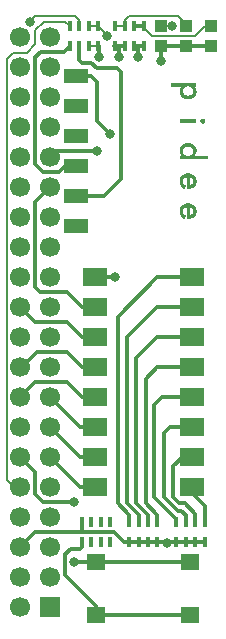
<source format=gbr>
G04 DipTrace 2.4.0.2*
%INTop.gbr*%
%MOMM*%
%ADD14C,0.3*%
%ADD15C,0.2*%
%ADD16R,2.0X1.27*%
%ADD17R,1.0X1.1*%
%ADD18R,1.7X1.7*%
%ADD19C,1.7*%
%ADD21R,0.45X0.9*%
%ADD24R,1.6X1.4*%
%ADD26R,2.15X1.5*%
%ADD27C,0.8*%
%FSLAX53Y53*%
G04*
G71*
G90*
G75*
G01*
%LNTop*%
%LPD*%
X26331Y15969D2*
D14*
Y16033D1*
X18331D1*
Y16000D1*
X11913Y24901D2*
X13175Y23639D1*
Y21729D1*
X13810Y21093D1*
X16480D1*
Y16000D2*
X18331D1*
X14453Y50301D2*
X14951Y50799D1*
X18414D1*
X19960Y40139D2*
X18207D1*
Y24899D2*
X16996D1*
X14453Y27441D1*
X18207Y27439D2*
X16996D1*
X14453Y29981D1*
X11913D2*
X13204Y31272D1*
X15874D1*
X17168Y29979D1*
X18207D1*
X26467Y22359D2*
X26183Y22075D1*
X27531Y20727D1*
Y19381D1*
X11913Y32521D2*
X12043D1*
X13334Y33812D1*
X15874D1*
X17168Y32518D1*
X18207D1*
X11913Y37601D2*
X13162Y36352D1*
X15874D1*
X17168Y35059D1*
X18207D1*
X26331Y11469D2*
X18331D1*
X17131Y17681D2*
Y17251D1*
X17000Y17120D1*
X16200D1*
X15720Y16640D1*
Y14920D1*
X18331Y12309D1*
Y11469D1*
X17711Y61389D2*
D15*
X18511D1*
X19240Y60660D1*
Y60520D1*
X24800Y61392D2*
X23813D1*
X22361Y59689D2*
D14*
X21906D1*
X21561D1*
X21906Y58736D2*
Y59689D1*
X19880D2*
X19961D1*
X20319D1*
X20761D1*
X20319Y58736D2*
Y59689D1*
X17711D2*
D15*
X18511D1*
X18560Y58720D2*
D14*
Y59689D1*
X18511D1*
X26467Y24899D2*
X25680D1*
X24869Y24088D1*
Y21483D1*
X25399Y20954D1*
X25875D1*
X26731Y20098D1*
Y19381D1*
X11913Y17281D2*
X13152Y18520D1*
X17131D1*
X19895D1*
X20734Y17681D1*
X21131D1*
X21931D1*
X22731D1*
X23531D1*
X24288D1*
X25131D1*
X25931D1*
X26731D1*
X27531D1*
X17131Y19381D2*
Y18520D1*
X16626Y57150D2*
X16627Y57149D1*
X17937D1*
X18414Y56673D1*
Y53339D1*
X19525Y52227D1*
X24320Y17640D2*
X24288D1*
Y17681D1*
X28063Y59692D2*
X23813D1*
Y58417D1*
X26467Y27439D2*
X24608D1*
X24069Y26899D1*
Y21490D1*
X25240Y20319D1*
X25558D1*
X25931Y19945D1*
Y19381D1*
X26467Y29979D2*
X23946D1*
X23269Y29302D1*
Y21496D1*
X25131Y19634D1*
Y19381D1*
X26467Y32518D2*
X23529D1*
X22541Y31531D1*
Y20954D1*
X23531Y19964D1*
Y19381D1*
X26467Y35059D2*
X23529D1*
X21748Y33277D1*
Y20954D1*
X22731Y19970D1*
Y19381D1*
X26467Y37599D2*
X23528D1*
X20954Y35024D1*
Y20954D1*
X21931Y19977D1*
Y19381D1*
X26467Y40139D2*
X23538D1*
X20160Y36760D1*
Y20954D1*
X21131Y19983D1*
Y19381D1*
X14453Y47761D2*
X13175Y46483D1*
Y39312D1*
X13594Y38893D1*
X15874D1*
X17168Y37599D1*
X18207D1*
Y22359D2*
X16996D1*
X14453Y24901D1*
X16111Y59689D2*
X15635Y59212D1*
X13651D1*
X13175Y58736D1*
Y49688D1*
X13810Y49053D1*
X15239D1*
X15716Y49530D1*
X16626D1*
X16911Y59689D2*
X16880Y59657D1*
Y58524D1*
X17144Y58260D1*
X17900D1*
X18376Y57784D1*
X20136D1*
X20478Y57443D1*
Y48417D1*
X19050Y46990D1*
X16626D1*
X16111Y61389D2*
D15*
X15740Y61760D1*
X13920D1*
X13200Y61040D1*
Y59840D1*
X12480Y59120D1*
X11280D1*
X10760Y58600D1*
Y22960D1*
X11359Y22361D1*
X11913D1*
X16911Y61389D2*
X16880Y61420D1*
Y61920D1*
X16560Y62240D1*
X13200D1*
X12720Y61760D1*
X20761Y61389D2*
X19961D1*
X20761D2*
X20780Y61407D1*
Y61896D1*
X21124Y62240D1*
X25241D1*
X25938Y61543D1*
Y61392D1*
X21561Y61389D2*
D14*
X22361D1*
D15*
X22211D1*
X23060Y60540D1*
X26740D1*
X27592Y61392D1*
X28063D1*
D27*
X16480Y21093D3*
Y16000D3*
X18414Y50799D3*
X19960Y40139D3*
X19240Y60520D3*
X24800Y61392D3*
X21906Y58736D3*
X20319D3*
X18560Y58720D3*
X19525Y52227D3*
X24320Y17640D3*
X23813Y58417D3*
X12720Y61760D3*
D16*
X16626Y57150D3*
Y54610D3*
Y52070D3*
Y49530D3*
Y46990D3*
Y44450D3*
D17*
X23813Y59692D3*
Y61392D3*
X25938Y59692D3*
Y61392D3*
X28063Y59692D3*
Y61392D3*
D18*
X14453Y12201D3*
D19*
X11913D3*
X14453Y14741D3*
X11913D3*
X14453Y17281D3*
X11913D3*
X14453Y19821D3*
X11913D3*
X14453Y22361D3*
X11913D3*
X14453Y24901D3*
X11913D3*
X14453Y27441D3*
X11913D3*
X14453Y29981D3*
X11913D3*
X14453Y32521D3*
X11913D3*
X14453Y35061D3*
X11913D3*
X14453Y37601D3*
X11913D3*
X14453Y40141D3*
X11913D3*
X14453Y42681D3*
X11913D3*
X14453Y45221D3*
X11913D3*
X14453Y47761D3*
X11913D3*
X14453Y50301D3*
X11913D3*
X14453Y52841D3*
X11913D3*
X14453Y55381D3*
X11913D3*
X14453Y57921D3*
X11913D3*
X14453Y60461D3*
X11913D3*
D21*
X16111Y59689D3*
X16911D3*
X17711D3*
X18511D3*
Y61389D3*
X17711D3*
X16911D3*
X16111D3*
X17131Y17681D3*
X17931D3*
X18731D3*
X19531D3*
Y19381D3*
X18731D3*
X17931D3*
X17131D3*
X27531D3*
X26731D3*
X25931D3*
X25131D3*
Y17681D3*
X25931D3*
X26731D3*
X27531D3*
X23531Y19381D3*
X22731D3*
X21931D3*
X21131D3*
Y17681D3*
X21931D3*
X22731D3*
X23531D3*
X19961Y59689D3*
X20761D3*
X21561D3*
X22361D3*
Y61389D3*
X21561D3*
X20761D3*
X19961D3*
D24*
X26331Y11469D3*
X18331D3*
X26331Y15969D3*
X18331D3*
D26*
X18207Y40139D3*
Y37599D3*
Y35059D3*
Y32519D3*
Y29979D3*
Y27439D3*
Y24899D3*
Y22359D3*
X26467D3*
Y24899D3*
Y27439D3*
Y29979D3*
Y32519D3*
Y35059D3*
Y37599D3*
Y40139D3*
G36*
X26129Y56261D2*
X26149Y56260D1*
X26168D1*
X26187Y56258D1*
X26206Y56257D1*
X26224Y56253D1*
X26242Y56251D1*
X26259Y56246D1*
X26276Y56243D1*
X26325D1*
X26373D1*
X26421D1*
X26469D1*
X26518D1*
X26566D1*
X26614D1*
X26663D1*
X26681D1*
X26700D1*
X26718D1*
X26737D1*
X26755D1*
X26773D1*
X26792D1*
X26811D1*
Y56282D1*
Y56321D1*
Y56360D1*
Y56399D1*
Y56440D1*
Y56479D1*
Y56518D1*
Y56557D1*
X26548D1*
X26285D1*
X26023D1*
X25760D1*
X25497D1*
X25235D1*
X24972D1*
X24709D1*
Y56518D1*
Y56479D1*
Y56440D1*
Y56399D1*
Y56360D1*
Y56321D1*
Y56282D1*
Y56243D1*
X24821D1*
X24932D1*
X25044D1*
X25156D1*
X25267D1*
X25379D1*
X25491D1*
X25602D1*
X25650D1*
X25697D1*
X25745D1*
X25793D1*
X25840D1*
X25888D1*
X25936D1*
X25983D1*
X26000Y56246D1*
X26018Y56251D1*
X26035Y56253D1*
X26053Y56257D1*
X26071Y56258D1*
X26090Y56260D1*
X26109D1*
X26129Y56261D1*
G37*
G36*
X26848Y55821D2*
X26846Y55879D1*
X26837Y55936D1*
X26822Y55991D1*
X26802Y56044D1*
X26776Y56097D1*
X26744Y56146D1*
X26706Y56196D1*
X26663Y56243D1*
X26614D1*
X26566D1*
X26518D1*
X26469D1*
X26421D1*
X26373D1*
X26325D1*
X26276D1*
X26300Y56236D1*
X26323Y56228D1*
X26346Y56218D1*
X26367Y56207D1*
X26388Y56196D1*
X26407Y56183D1*
X26426Y56168D1*
X26444Y56153D1*
X26473Y56126D1*
X26497Y56096D1*
X26518Y56063D1*
X26535Y56029D1*
X26548Y55993D1*
X26557Y55955D1*
X26563Y55915D1*
X26565Y55872D1*
X26563Y55832D1*
X26557Y55794D1*
X26547Y55757D1*
X26534Y55723D1*
X26516Y55690D1*
X26495Y55658D1*
X26470Y55629D1*
X26440Y55602D1*
X26408Y55577D1*
X26374Y55555D1*
X26338Y55536D1*
X26299Y55521D1*
X26258Y55510D1*
X26215Y55502D1*
X26170Y55497D1*
X26122Y55495D1*
X26077Y55497D1*
X26034Y55502D1*
X25992Y55511D1*
X25953Y55522D1*
X25916Y55537D1*
X25880Y55557D1*
X25846Y55579D1*
X25814Y55604D1*
X25786Y55632D1*
X25761Y55661D1*
X25740Y55692D1*
X25722Y55725D1*
X25709Y55760D1*
X25699Y55796D1*
X25694Y55834D1*
X25691Y55873D1*
X25694Y55916D1*
X25699Y55956D1*
X25709Y55994D1*
X25722Y56030D1*
X25739Y56065D1*
X25760Y56096D1*
X25784Y56126D1*
X25813Y56153D1*
X25832Y56168D1*
X25851Y56183D1*
X25871Y56196D1*
X25892Y56207D1*
X25914Y56218D1*
X25936Y56228D1*
X25960Y56236D1*
X25983Y56243D1*
X25936D1*
X25888D1*
X25840D1*
X25793D1*
X25745D1*
X25697D1*
X25650D1*
X25602D1*
X25557Y56195D1*
X25518Y56145D1*
X25486Y56094D1*
X25459Y56042D1*
X25437Y55987D1*
X25423Y55931D1*
X25414Y55875D1*
X25411Y55815D1*
X25414Y55748D1*
X25424Y55682D1*
X25439Y55621D1*
X25461Y55563D1*
X25490Y55506D1*
X25525Y55453D1*
X25566Y55404D1*
X25613Y55357D1*
X25666Y55314D1*
X25722Y55277D1*
X25781Y55245D1*
X25843Y55220D1*
X25908Y55200D1*
X25977Y55185D1*
X26048Y55177D1*
X26123Y55174D1*
X26200Y55177D1*
X26273Y55185D1*
X26343Y55200D1*
X26409Y55220D1*
X26472Y55246D1*
X26532Y55277D1*
X26589Y55315D1*
X26642Y55358D1*
X26690Y55405D1*
X26732Y55456D1*
X26768Y55509D1*
X26797Y55565D1*
X26819Y55624D1*
X26836Y55687D1*
X26845Y55753D1*
X26848Y55821D1*
G37*
G36*
X27579Y53325D2*
X27578Y53346D1*
X27575Y53365D1*
X27571Y53385D1*
X27564Y53403D1*
X27556Y53421D1*
X27545Y53438D1*
X27533Y53454D1*
X27519Y53469D1*
X27504Y53484D1*
X27488Y53496D1*
X27471Y53506D1*
X27453Y53514D1*
X27435Y53521D1*
X27416Y53525D1*
X27397Y53529D1*
X27376Y53530D1*
X27355Y53529D1*
X27335Y53525D1*
X27315Y53521D1*
X27296Y53514D1*
X27279Y53506D1*
X27261Y53496D1*
X27245Y53484D1*
X27230Y53469D1*
X27216Y53454D1*
X27203Y53438D1*
X27193Y53421D1*
X27185Y53403D1*
X27178Y53385D1*
X27174Y53365D1*
X27171Y53345D1*
X27170Y53324D1*
X27171Y53303D1*
X27174Y53283D1*
X27178Y53264D1*
X27185Y53246D1*
X27193Y53229D1*
X27203Y53211D1*
X27216Y53195D1*
X27230Y53180D1*
X27245Y53166D1*
X27261Y53154D1*
X27278Y53143D1*
X27296Y53135D1*
X27315Y53128D1*
X27334Y53124D1*
X27354Y53121D1*
X27375Y53120D1*
X27396Y53121D1*
X27416Y53124D1*
X27435Y53128D1*
X27454Y53135D1*
X27471Y53143D1*
X27488Y53154D1*
X27504Y53166D1*
X27519Y53180D1*
X27533Y53195D1*
X27545Y53211D1*
X27556Y53229D1*
X27564Y53247D1*
X27571Y53265D1*
X27575Y53285D1*
X27578Y53304D1*
X27579Y53325D1*
G37*
G36*
X25450Y53482D2*
Y53443D1*
Y53403D1*
Y53364D1*
Y53325D1*
Y53286D1*
Y53246D1*
Y53207D1*
Y53168D1*
X25620D1*
X25790D1*
X25960D1*
X26130D1*
X26300D1*
X26470D1*
X26641D1*
X26811D1*
Y53207D1*
Y53246D1*
Y53286D1*
Y53325D1*
Y53364D1*
Y53403D1*
Y53443D1*
Y53482D1*
X26641D1*
X26470D1*
X26300D1*
X26130D1*
X25960D1*
X25790D1*
X25620D1*
X25450D1*
G37*
G36*
X26565Y48239D2*
X26561Y48179D1*
X26549Y48125D1*
X26529Y48077D1*
X26502Y48034D1*
X26466Y47997D1*
X26423Y47966D1*
X26372Y47941D1*
X26313Y47922D1*
Y47963D1*
Y48003D1*
Y48043D1*
Y48084D1*
Y48124D1*
Y48164D1*
Y48204D1*
Y48245D1*
X26281D1*
X26249D1*
X26217D1*
X26185D1*
X26153D1*
X26120D1*
X26088D1*
X26056D1*
Y48164D1*
Y48084D1*
Y48003D1*
Y47922D1*
Y47842D1*
Y47760D1*
Y47680D1*
Y47599D1*
X26066D1*
X26075D1*
X26084D1*
X26093D1*
X26102D1*
X26112Y47598D1*
X26121D1*
X26130D1*
X26212Y47600D1*
X26289Y47608D1*
X26362Y47622D1*
X26431Y47642D1*
X26494Y47666D1*
X26553Y47696D1*
X26607Y47730D1*
X26657Y47772D1*
X26702Y47817D1*
X26741Y47866D1*
X26774Y47919D1*
X26800Y47977D1*
X26821Y48038D1*
X26836Y48103D1*
X26845Y48172D1*
X26848Y48245D1*
X26813D1*
X26777D1*
X26742D1*
X26706D1*
X26671D1*
X26635D1*
X26600D1*
X26564D1*
D1*
Y48244D1*
X26565Y48242D1*
D1*
Y48241D1*
D1*
Y48240D1*
Y48239D1*
G37*
G36*
X25747Y48024D2*
X25734Y48044D1*
X25723Y48065D1*
X25713Y48087D1*
X25706Y48111D1*
X25699Y48137D1*
X25695Y48162D1*
X25693Y48189D1*
X25691Y48218D1*
X25693Y48255D1*
X25698Y48291D1*
X25705Y48324D1*
X25716Y48355D1*
X25730Y48385D1*
X25747Y48414D1*
X25766Y48440D1*
X25789Y48466D1*
X25815Y48489D1*
X25843Y48508D1*
X25873Y48527D1*
X25906Y48542D1*
X25940Y48553D1*
X25977Y48564D1*
X26015Y48570D1*
X26056Y48575D1*
Y48534D1*
Y48492D1*
Y48451D1*
Y48409D1*
Y48369D1*
Y48328D1*
Y48286D1*
Y48245D1*
X26088D1*
X26120D1*
X26153D1*
X26185D1*
X26217D1*
X26249D1*
X26281D1*
X26313D1*
Y48284D1*
Y48322D1*
Y48361D1*
Y48399D1*
Y48438D1*
Y48476D1*
Y48515D1*
Y48553D1*
X26328Y48550D1*
X26342Y48545D1*
X26356Y48541D1*
X26369Y48535D1*
X26382Y48529D1*
X26394Y48522D1*
X26406Y48516D1*
X26418Y48509D1*
X26429Y48501D1*
X26440Y48493D1*
X26451Y48485D1*
X26461Y48476D1*
X26470Y48468D1*
X26480Y48459D1*
X26489Y48448D1*
X26497Y48438D1*
X26505Y48428D1*
X26512Y48417D1*
X26519Y48406D1*
X26526Y48394D1*
X26532Y48383D1*
X26537Y48371D1*
X26543Y48359D1*
X26547Y48347D1*
X26551Y48335D1*
X26555Y48323D1*
X26558Y48310D1*
X26560Y48298D1*
X26562Y48285D1*
X26563Y48271D1*
X26564Y48259D1*
Y48245D1*
X26600D1*
X26635D1*
X26671D1*
X26706D1*
X26742D1*
X26777D1*
X26813D1*
X26848D1*
D1*
D1*
Y48246D1*
D1*
D1*
D1*
D1*
D1*
X26845Y48318D1*
X26836Y48387D1*
X26821Y48453D1*
X26799Y48514D1*
X26772Y48573D1*
X26738Y48627D1*
X26697Y48678D1*
X26651Y48724D1*
X26599Y48766D1*
X26544Y48802D1*
X26484Y48833D1*
X26421Y48858D1*
X26354Y48878D1*
X26283Y48892D1*
X26208Y48900D1*
X26129Y48903D1*
X26049Y48900D1*
X25974Y48892D1*
X25903Y48877D1*
X25836Y48857D1*
X25772Y48831D1*
X25713Y48800D1*
X25658Y48762D1*
X25606Y48719D1*
X25561Y48671D1*
X25521Y48619D1*
X25487Y48564D1*
X25459Y48504D1*
X25438Y48442D1*
X25423Y48375D1*
X25414Y48303D1*
X25411Y48230D1*
Y48203D1*
X25412Y48177D1*
X25414Y48152D1*
X25416Y48127D1*
X25419Y48103D1*
X25424Y48079D1*
X25428Y48055D1*
X25433Y48033D1*
X25439Y48010D1*
X25446Y47988D1*
X25453Y47966D1*
X25462Y47944D1*
X25471Y47924D1*
X25481Y47903D1*
X25492Y47883D1*
X25504Y47864D1*
X25516Y47844D1*
X25529Y47825D1*
X25544Y47806D1*
X25558Y47788D1*
X25574Y47769D1*
X25591Y47751D1*
X25608Y47734D1*
X25627Y47716D1*
X25646Y47699D1*
X25666Y47683D1*
X25687Y47667D1*
X25709Y47650D1*
X25732Y47634D1*
X25756Y47619D1*
X25780Y47602D1*
X25806Y47586D1*
X25824Y47620D1*
X25843Y47653D1*
X25862Y47687D1*
X25880Y47720D1*
X25898Y47753D1*
X25917Y47785D1*
X25936Y47819D1*
X25954Y47852D1*
X25918Y47876D1*
X25885Y47899D1*
X25854Y47921D1*
X25827Y47943D1*
X25803Y47965D1*
X25781Y47985D1*
X25763Y48005D1*
X25747Y48024D1*
G37*
G36*
X26278Y50410D2*
X26270Y50407D1*
X26261Y50405D1*
X26253Y50403D1*
X26244Y50402D1*
X26235Y50399D1*
X26226Y50398D1*
X26217Y50397D1*
X26208Y50396D1*
Y50395D1*
X26207D1*
X26206D1*
D1*
X26205D1*
D1*
X26204D1*
D1*
X26200D1*
X26196Y50394D1*
X26191D1*
X26187Y50392D1*
X26182D1*
X26178D1*
X26174Y50391D1*
X26169D1*
D1*
X26168D1*
X26167D1*
D1*
X26166D1*
X26165D1*
D1*
X26164D1*
X26160D1*
X26155D1*
X26150Y50390D1*
X26146D1*
X26141D1*
X26137D1*
X26132D1*
X26128D1*
X26123D1*
X26118D1*
X26113D1*
X26109D1*
X26104D1*
X26100Y50391D1*
X26095D1*
X26091D1*
X26090D1*
X26089D1*
D1*
X26088D1*
D1*
X26087D1*
X26086D1*
X26085D1*
X26081D1*
X26076Y50392D1*
X26072D1*
X26068D1*
X26064Y50394D1*
X26059D1*
X26055Y50395D1*
X26051D1*
X26050D1*
D1*
X26049D1*
D1*
X26048D1*
D1*
X26047D1*
Y50396D1*
X26038Y50397D1*
X26029Y50398D1*
X26020Y50399D1*
X26011Y50402D1*
X26002Y50403D1*
X25994Y50405D1*
X25985Y50407D1*
X25977Y50410D1*
X25929D1*
X25881D1*
X25833D1*
X25784D1*
X25737D1*
X25688D1*
X25641D1*
X25592D1*
X25575D1*
X25557D1*
X25539D1*
X25521D1*
X25503D1*
X25486D1*
X25468D1*
X25450D1*
Y50371D1*
Y50330D1*
Y50291D1*
Y50252D1*
Y50212D1*
Y50173D1*
Y50134D1*
Y50094D1*
X25745D1*
X26040D1*
X26335D1*
X26630D1*
X26925D1*
X27220D1*
X27515D1*
X27810D1*
Y50134D1*
Y50173D1*
Y50212D1*
Y50252D1*
Y50291D1*
Y50330D1*
Y50371D1*
Y50410D1*
X27665D1*
X27521D1*
X27376D1*
X27231D1*
X27087D1*
X26942D1*
X26797D1*
X26652D1*
X26606D1*
X26559D1*
X26512D1*
X26466D1*
X26419D1*
X26372D1*
X26325D1*
X26278D1*
G37*
G36*
X25911Y50434D2*
X25910D1*
D1*
X25909Y50435D1*
D1*
X25908D1*
D1*
D1*
X25907D1*
X25905Y50436D1*
X25903Y50437D1*
X25901Y50439D1*
X25899Y50440D1*
X25897Y50441D1*
X25895Y50442D1*
X25893Y50443D1*
X25891D1*
X25890Y50444D1*
D1*
X25889Y50445D1*
X25888D1*
X25887D1*
D1*
X25886Y50447D1*
D1*
X25884Y50448D1*
X25882Y50449D1*
X25880Y50450D1*
X25879D1*
X25877Y50451D1*
X25875Y50452D1*
X25873Y50453D1*
X25872Y50455D1*
X25871D1*
X25870Y50456D1*
X25869D1*
X25868D1*
Y50457D1*
X25867D1*
Y50458D1*
X25866D1*
X25864Y50459D1*
X25862Y50460D1*
X25861Y50462D1*
X25859Y50463D1*
X25858Y50464D1*
X25856D1*
X25854Y50465D1*
X25853Y50466D1*
X25852Y50467D1*
X25851D1*
Y50468D1*
X25850D1*
X25849D1*
X25848Y50470D1*
D1*
X25847Y50471D1*
X25845Y50472D1*
X25844Y50473D1*
X25842Y50474D1*
X25840Y50475D1*
X25839Y50477D1*
X25837Y50478D1*
X25836Y50479D1*
X25834Y50480D1*
X25833D1*
Y50481D1*
X25832D1*
X25831Y50482D1*
D1*
X25830D1*
Y50483D1*
X25829D1*
X25827Y50486D1*
X25824Y50487D1*
X25822Y50489D1*
X25820Y50490D1*
X25818Y50493D1*
X25816Y50494D1*
X25814Y50496D1*
X25812Y50497D1*
X25783Y50526D1*
X25759Y50556D1*
X25738Y50588D1*
X25721Y50623D1*
X25708Y50658D1*
X25699Y50696D1*
X25694Y50738D1*
X25691Y50780D1*
X25694Y50819D1*
X25699Y50859D1*
X25709Y50894D1*
X25722Y50930D1*
X25740Y50962D1*
X25761Y50993D1*
X25787Y51023D1*
X25816Y51051D1*
X25848Y51075D1*
X25882Y51097D1*
X25918Y51115D1*
X25957Y51129D1*
X25998Y51141D1*
X26041Y51149D1*
X26087Y51154D1*
X26134Y51156D1*
X26179Y51154D1*
X26222Y51149D1*
X26263Y51141D1*
X26303Y51129D1*
X26340Y51114D1*
X26376Y51096D1*
X26410Y51074D1*
X26442Y51049D1*
X26471Y51020D1*
X26496Y50990D1*
X26517Y50959D1*
X26534Y50927D1*
X26548Y50891D1*
X26557Y50855D1*
X26563Y50817D1*
X26565Y50777D1*
X26563Y50735D1*
X26557Y50695D1*
X26548Y50657D1*
X26534Y50622D1*
X26517Y50587D1*
X26496Y50556D1*
X26472Y50526D1*
X26443Y50497D1*
X26441Y50496D1*
X26439Y50494D1*
X26437Y50493D1*
X26435Y50490D1*
X26432Y50489D1*
X26431Y50487D1*
X26428Y50486D1*
X26426Y50483D1*
X26425D1*
Y50482D1*
X26424D1*
D1*
X26423Y50481D1*
X26422D1*
Y50480D1*
X26421D1*
X26419Y50479D1*
X26418Y50478D1*
X26416Y50477D1*
X26415Y50475D1*
X26413Y50474D1*
X26411Y50473D1*
X26410Y50472D1*
X26408Y50471D1*
X26407Y50470D1*
D1*
X26406Y50468D1*
X26405D1*
X26404D1*
Y50467D1*
X26403D1*
X26402Y50466D1*
X26400Y50465D1*
X26399Y50464D1*
X26397D1*
X26396Y50463D1*
X26394Y50462D1*
X26393Y50460D1*
X26391Y50459D1*
X26389Y50458D1*
X26388D1*
Y50457D1*
X26387D1*
X26386Y50456D1*
D1*
X26385D1*
X26384Y50455D1*
X26383D1*
X26382Y50453D1*
X26380Y50452D1*
X26378Y50451D1*
X26376Y50450D1*
X26375D1*
X26373Y50449D1*
X26371Y50448D1*
X26369Y50447D1*
D1*
X26368Y50445D1*
X26367D1*
D1*
X26366D1*
X26365Y50444D1*
D1*
X26364Y50443D1*
X26362D1*
X26360Y50442D1*
X26358Y50441D1*
X26356Y50440D1*
X26354Y50439D1*
X26352Y50437D1*
X26350Y50436D1*
X26348Y50435D1*
X26347D1*
D1*
X26346D1*
D1*
D1*
X26345Y50434D1*
D1*
X26344D1*
X26336Y50430D1*
X26329Y50427D1*
X26320Y50424D1*
X26312Y50420D1*
X26304Y50418D1*
X26295Y50414D1*
X26287Y50412D1*
X26278Y50410D1*
X26325D1*
X26372D1*
X26419D1*
X26466D1*
X26512D1*
X26559D1*
X26606D1*
X26652D1*
X26698Y50458D1*
X26738Y50508D1*
X26772Y50558D1*
X26799Y50611D1*
X26821Y50665D1*
X26836Y50721D1*
X26845Y50778D1*
X26848Y50837D1*
X26845Y50905D1*
X26836Y50969D1*
X26819Y51030D1*
X26797Y51089D1*
X26768Y51145D1*
X26733Y51197D1*
X26691Y51248D1*
X26643Y51294D1*
X26590Y51337D1*
X26535Y51374D1*
X26476Y51405D1*
X26414Y51432D1*
X26349Y51451D1*
X26280Y51465D1*
X26209Y51474D1*
X26134Y51477D1*
X26058Y51474D1*
X25985Y51465D1*
X25916Y51451D1*
X25849Y51432D1*
X25786Y51405D1*
X25725Y51374D1*
X25668Y51337D1*
X25615Y51294D1*
X25567Y51247D1*
X25526Y51196D1*
X25490Y51143D1*
X25462Y51087D1*
X25439Y51027D1*
X25424Y50965D1*
X25414Y50899D1*
X25411Y50830D1*
X25413Y50772D1*
X25422Y50716D1*
X25436Y50661D1*
X25456Y50608D1*
X25482Y50556D1*
X25513Y50505D1*
X25550Y50457D1*
X25592Y50410D1*
X25641D1*
X25688D1*
X25737D1*
X25784D1*
X25833D1*
X25881D1*
X25929D1*
X25977D1*
X25968Y50412D1*
X25960Y50414D1*
X25951Y50418D1*
X25943Y50420D1*
X25935Y50424D1*
X25926Y50427D1*
X25919Y50430D1*
X25911Y50434D1*
G37*
G36*
X26565Y45700D2*
X26561Y45640D1*
X26549Y45586D1*
X26529Y45538D1*
X26502Y45495D1*
X26466Y45458D1*
X26423Y45427D1*
X26372Y45402D1*
X26313Y45382D1*
Y45423D1*
Y45463D1*
Y45503D1*
Y45543D1*
Y45585D1*
Y45625D1*
Y45665D1*
Y45706D1*
X26281D1*
X26249D1*
X26217D1*
X26185D1*
X26153D1*
X26120D1*
X26088D1*
X26056D1*
Y45625D1*
Y45543D1*
Y45463D1*
Y45382D1*
Y45302D1*
Y45221D1*
Y45141D1*
Y45060D1*
X26066D1*
X26075D1*
X26084Y45059D1*
X26093D1*
X26102D1*
X26112D1*
X26121D1*
X26130D1*
X26212Y45061D1*
X26289Y45069D1*
X26362Y45083D1*
X26431Y45101D1*
X26494Y45127D1*
X26553Y45155D1*
X26607Y45191D1*
X26657Y45231D1*
X26702Y45277D1*
X26741Y45327D1*
X26774Y45380D1*
X26800Y45437D1*
X26821Y45498D1*
X26836Y45564D1*
X26845Y45632D1*
X26848Y45706D1*
X26813D1*
X26777D1*
X26742D1*
X26706D1*
X26671D1*
X26635D1*
X26600D1*
X26564D1*
Y45705D1*
Y45703D1*
X26565D1*
Y45702D1*
D1*
Y45701D1*
D1*
Y45700D1*
G37*
G36*
X25954Y45313D2*
X25918Y45336D1*
X25885Y45359D1*
X25854Y45382D1*
X25827Y45404D1*
X25803Y45425D1*
X25781Y45446D1*
X25763Y45465D1*
X25747Y45485D1*
X25734Y45504D1*
X25723Y45526D1*
X25713Y45548D1*
X25706Y45572D1*
X25699Y45596D1*
X25695Y45623D1*
X25693Y45650D1*
X25691Y45679D1*
X25693Y45716D1*
X25698Y45751D1*
X25705Y45784D1*
X25716Y45816D1*
X25730Y45846D1*
X25747Y45875D1*
X25766Y45901D1*
X25789Y45927D1*
X25815Y45949D1*
X25843Y45969D1*
X25873Y45987D1*
X25906Y46001D1*
X25940Y46014D1*
X25977Y46023D1*
X26015Y46030D1*
X26056Y46035D1*
Y45993D1*
Y45953D1*
Y45912D1*
Y45870D1*
Y45829D1*
Y45787D1*
Y45747D1*
Y45706D1*
X26088D1*
X26120D1*
X26153D1*
X26185D1*
X26217D1*
X26249D1*
X26281D1*
X26313D1*
Y45744D1*
Y45783D1*
Y45821D1*
Y45860D1*
Y45898D1*
Y45937D1*
Y45975D1*
Y46014D1*
X26328Y46010D1*
X26342Y46006D1*
X26356Y46000D1*
X26369Y45996D1*
X26382Y45990D1*
X26394Y45983D1*
X26406Y45976D1*
X26418Y45969D1*
X26429Y45962D1*
X26440Y45954D1*
X26451Y45946D1*
X26461Y45937D1*
X26470Y45928D1*
X26480Y45919D1*
X26489Y45909D1*
X26497Y45899D1*
X26505Y45889D1*
X26512Y45877D1*
X26519Y45867D1*
X26526Y45855D1*
X26532Y45844D1*
X26537Y45832D1*
X26543Y45820D1*
X26547Y45807D1*
X26551Y45795D1*
X26555Y45783D1*
X26558Y45770D1*
X26560Y45757D1*
X26562Y45745D1*
X26563Y45732D1*
X26564Y45718D1*
Y45706D1*
X26600D1*
X26635D1*
X26671D1*
X26706D1*
X26742D1*
X26777D1*
X26813D1*
X26848D1*
D1*
D1*
D1*
D1*
D1*
Y45707D1*
D1*
D1*
X26845Y45779D1*
X26836Y45848D1*
X26821Y45913D1*
X26799Y45975D1*
X26772Y46033D1*
X26738Y46087D1*
X26697Y46137D1*
X26651Y46184D1*
X26599Y46227D1*
X26544Y46263D1*
X26484Y46294D1*
X26421Y46319D1*
X26354Y46339D1*
X26283Y46353D1*
X26208Y46361D1*
X26129Y46364D1*
X26049Y46361D1*
X25974Y46353D1*
X25903Y46338D1*
X25836Y46317D1*
X25772Y46292D1*
X25713Y46259D1*
X25658Y46222D1*
X25606Y46179D1*
X25561Y46132D1*
X25521Y46080D1*
X25487Y46023D1*
X25459Y45965D1*
X25438Y45901D1*
X25423Y45835D1*
X25414Y45764D1*
X25411Y45690D1*
Y45663D1*
X25412Y45638D1*
X25414Y45612D1*
X25416Y45587D1*
X25419Y45563D1*
X25424Y45540D1*
X25428Y45516D1*
X25433Y45493D1*
X25439Y45471D1*
X25446Y45448D1*
X25453Y45427D1*
X25462Y45405D1*
X25471Y45385D1*
X25481Y45364D1*
X25492Y45344D1*
X25504Y45324D1*
X25516Y45304D1*
X25529Y45286D1*
X25544Y45267D1*
X25558Y45248D1*
X25574Y45230D1*
X25591Y45212D1*
X25608Y45195D1*
X25627Y45177D1*
X25646Y45160D1*
X25666Y45144D1*
X25687Y45127D1*
X25709Y45111D1*
X25732Y45094D1*
X25756Y45078D1*
X25780Y45062D1*
X25806Y45047D1*
X25824Y45081D1*
X25843Y45114D1*
X25862Y45147D1*
X25880Y45180D1*
X25898Y45213D1*
X25917Y45246D1*
X25936Y45280D1*
X25954Y45313D1*
G37*
G36*
X25602Y56243D2*
X25983D1*
X25596Y56236D1*
X25602Y56243D1*
G37*
G36*
X26300Y56236D2*
X26663Y56243D1*
X26669Y56236D1*
X26300D1*
G37*
G36*
X25596D2*
X25960D1*
X25588Y56228D1*
X25596Y56236D1*
G37*
G36*
X26323Y56228D2*
X26669Y56236D1*
X26677Y56228D1*
X26323D1*
G37*
G36*
X25588D2*
X25936D1*
X25579Y56218D1*
X25588Y56228D1*
G37*
G36*
X26346Y56218D2*
X26677Y56228D1*
X26685Y56218D1*
X26346D1*
G37*
G36*
X25579D2*
X25914D1*
X25569Y56207D1*
X25579Y56218D1*
G37*
G36*
X26367Y56207D2*
X26685Y56218D1*
X26695Y56207D1*
X26367D1*
G37*
G36*
X25569D2*
X25892D1*
X25558Y56196D1*
X25569Y56207D1*
G37*
G36*
X26388Y56196D2*
X26695Y56207D1*
X26706Y56196D1*
X26388D1*
G37*
G36*
X25558D2*
X25871D1*
X25557Y56195D1*
X25558Y56196D1*
G37*
G36*
X26389Y56195D2*
X26706Y56196D1*
X26707Y56195D1*
X26389D1*
G37*
G36*
X25557D2*
X25870D1*
X25548Y56183D1*
X25557Y56195D1*
G37*
G36*
X26407Y56183D2*
X26707Y56195D1*
X26716Y56183D1*
X26407D1*
G37*
G36*
X25548D2*
X25851D1*
X25537Y56168D1*
X25548Y56183D1*
G37*
G36*
X26426Y56168D2*
X26716Y56183D1*
X26727Y56168D1*
X26426D1*
G37*
G36*
X25537D2*
X25832D1*
X25525Y56153D1*
X25537Y56168D1*
G37*
G36*
X26444Y56153D2*
X26727Y56168D1*
X26739Y56153D1*
X26444D1*
G37*
G36*
X25525D2*
X25813D1*
X25520Y56146D1*
X25525Y56153D1*
G37*
G36*
X26451Y56146D2*
X26739Y56153D1*
X26744Y56146D1*
X26451D1*
G37*
G36*
X25520D2*
X25806D1*
X25518Y56145D1*
X25520Y56146D1*
G37*
G36*
X26453Y56145D2*
X26744Y56146D1*
X26745Y56145D1*
X26453D1*
G37*
G36*
X25518D2*
X25805D1*
X25506Y56126D1*
X25518Y56145D1*
G37*
G36*
X26472Y56126D2*
X26745Y56145D1*
X26757Y56126D1*
X26472D1*
G37*
G36*
X25506D2*
X25784D1*
X25506D1*
D1*
G37*
G36*
X26473D2*
X26757D1*
D1*
X26473D1*
G37*
G36*
X25506D2*
X25784D1*
X25487Y56097D1*
X25506Y56126D1*
G37*
G36*
X26497Y56097D2*
X26758Y56126D1*
X26776Y56097D1*
X26497D1*
G37*
G36*
X25487D2*
X25760D1*
X25487Y56096D1*
Y56097D1*
G37*
G36*
X26497Y56096D2*
X26776Y56097D1*
Y56096D1*
X26497D1*
G37*
G36*
X25487D2*
X25760D1*
X25486D1*
X25487D1*
G37*
G36*
X26497D2*
X26776D1*
D1*
X26497D1*
G37*
G36*
X25486D2*
X25760D1*
X25486Y56094D1*
Y56096D1*
G37*
G36*
X26498Y56094D2*
X26776Y56096D1*
X26777Y56094D1*
X26498D1*
G37*
G36*
X25486D2*
X25759D1*
X25470Y56065D1*
X25486Y56094D1*
G37*
G36*
X26517Y56065D2*
X26777Y56094D1*
X26792Y56065D1*
X26517D1*
G37*
G36*
X25470D2*
X25739D1*
X25470Y56063D1*
Y56065D1*
G37*
G36*
X26518Y56063D2*
X26792Y56065D1*
Y56063D1*
X26518D1*
G37*
G36*
X25470D2*
X25739D1*
X25460Y56044D1*
X25470Y56063D1*
G37*
G36*
X26528Y56044D2*
X26792Y56063D1*
X26802Y56044D1*
X26528D1*
G37*
G36*
X25460D2*
X25729D1*
X25459Y56042D1*
X25460Y56044D1*
G37*
G36*
X26529Y56042D2*
X26802Y56044D1*
X26803Y56042D1*
X26529D1*
G37*
G36*
X25459D2*
X25727D1*
X25454Y56030D1*
X25459Y56042D1*
G37*
G36*
X26534Y56030D2*
X26803Y56042D1*
X26807Y56030D1*
X26534D1*
G37*
G36*
X25454D2*
X25722D1*
X25454Y56029D1*
Y56030D1*
G37*
G36*
X26535Y56029D2*
X26807Y56030D1*
Y56029D1*
X26535D1*
G37*
G36*
X25454D2*
X25721D1*
X25440Y55994D1*
X25454Y56029D1*
G37*
G36*
X26547Y55994D2*
X26807Y56029D1*
X26821Y55994D1*
X26547D1*
G37*
G36*
X25440D2*
X25709D1*
X25440Y55993D1*
Y55994D1*
G37*
G36*
X26548Y55993D2*
X26821Y55994D1*
Y55993D1*
X26548D1*
G37*
G36*
X25440D2*
X25708D1*
X25439Y55991D1*
X25440Y55993D1*
G37*
G36*
X26549Y55991D2*
X26821Y55993D1*
X26822Y55991D1*
X26549D1*
G37*
G36*
X25439D2*
X25708D1*
X25437Y55987D1*
X25439Y55991D1*
G37*
G36*
X26549Y55987D2*
X26822Y55991D1*
X26823Y55987D1*
X26549D1*
G37*
G36*
X25437D2*
X25707D1*
X25429Y55956D1*
X25437Y55987D1*
G37*
G36*
X26557Y55956D2*
X26823Y55987D1*
X26831Y55956D1*
X26557D1*
G37*
G36*
X25429D2*
X25699D1*
X25429Y55955D1*
Y55956D1*
G37*
G36*
X26557Y55955D2*
X26831Y55956D1*
X26832Y55955D1*
X26557D1*
G37*
G36*
X25429D2*
X25699D1*
X25424Y55936D1*
X25429Y55955D1*
G37*
G36*
X26560Y55936D2*
X26832Y55955D1*
X26837Y55936D1*
X26560D1*
G37*
G36*
X25424D2*
X25696D1*
X25423Y55931D1*
X25424Y55936D1*
G37*
G36*
X26560Y55931D2*
X26837Y55936D1*
X26838Y55931D1*
X26560D1*
G37*
G36*
X25423D2*
X25696D1*
X25420Y55916D1*
X25423Y55931D1*
G37*
G36*
X26563Y55916D2*
X26838Y55931D1*
X26840Y55916D1*
X26563D1*
G37*
G36*
X25420D2*
X25694D1*
X25420Y55915D1*
Y55916D1*
G37*
G36*
X26563Y55915D2*
X26840Y55916D1*
Y55915D1*
X26563D1*
G37*
G36*
X25420D2*
X25694D1*
X25415Y55879D1*
X25420Y55915D1*
G37*
G36*
X26564Y55879D2*
X26840Y55915D1*
X26846Y55879D1*
X26564D1*
G37*
G36*
X25415D2*
X25692D1*
X25414Y55875D1*
X25415Y55879D1*
G37*
G36*
X26565Y55875D2*
X26846Y55879D1*
Y55875D1*
X26565D1*
G37*
G36*
X25414D2*
X25691D1*
X25414Y55873D1*
Y55875D1*
G37*
G36*
X26565Y55873D2*
X26846Y55875D1*
Y55873D1*
X26565D1*
G37*
G36*
X25414D2*
X25691D1*
X25414Y55872D1*
Y55873D1*
G37*
G36*
Y55872D2*
X25691Y55873D1*
Y55872D1*
X25414D1*
G37*
G36*
X26565D2*
X26846Y55873D1*
Y55872D1*
X26565D1*
G37*
G36*
X25414D2*
X25691D1*
X25412Y55834D1*
X25414Y55872D1*
G37*
G36*
X25412Y55834D2*
X25691Y55872D1*
X25694Y55834D1*
X25412D1*
G37*
G36*
X26565Y55872D2*
X26846D1*
X26563Y55834D1*
X26565Y55872D1*
G37*
G36*
X26563Y55834D2*
X26846Y55872D1*
X26848Y55834D1*
X26563D1*
G37*
G36*
X25412D2*
X25694D1*
X25411Y55832D1*
X25412Y55834D1*
G37*
G36*
X25411Y55832D2*
X25694Y55834D1*
Y55832D1*
X25411D1*
G37*
G36*
X26563Y55834D2*
X26848D1*
X26563Y55832D1*
Y55834D1*
G37*
G36*
Y55832D2*
X26848Y55834D1*
Y55832D1*
X26563D1*
G37*
G36*
X25411D2*
X25694D1*
X25411Y55821D1*
Y55832D1*
G37*
G36*
Y55821D2*
X25694Y55832D1*
X25695Y55821D1*
X25411D1*
G37*
G36*
X26563Y55832D2*
X26848D1*
X26561Y55821D1*
X26563Y55832D1*
G37*
G36*
X26561Y55821D2*
X26848Y55832D1*
Y55821D1*
X26561D1*
G37*
G36*
X25411D2*
X25695D1*
X25411Y55815D1*
Y55821D1*
G37*
G36*
Y55815D2*
X25695Y55821D1*
X25696Y55815D1*
X25411D1*
G37*
G36*
X26561Y55821D2*
X26848D1*
X26560Y55815D1*
X26561Y55821D1*
G37*
G36*
X25411Y55796D2*
X25696Y55815D1*
X25699Y55796D1*
X25411D1*
G37*
G36*
X26560Y55815D2*
X26848D1*
X26557Y55796D1*
X26560Y55815D1*
G37*
G36*
X25412Y55794D2*
X25699Y55796D1*
X25700Y55794D1*
X25412D1*
G37*
G36*
X26557Y55796D2*
X26847D1*
X26557Y55794D1*
Y55796D1*
G37*
G36*
X25413Y55760D2*
X25700Y55794D1*
X25709Y55760D1*
X25413D1*
G37*
G36*
X26557Y55794D2*
X26847D1*
X26548Y55760D1*
X26557Y55794D1*
G37*
G36*
X25413Y55757D2*
X25709Y55760D1*
Y55757D1*
X25413D1*
G37*
G36*
X26548Y55760D2*
X26846D1*
X26547Y55757D1*
X26548Y55760D1*
G37*
G36*
X25414Y55753D2*
X25709Y55757D1*
X25712Y55753D1*
X25414D1*
G37*
G36*
X26547Y55757D2*
X26845D1*
X26545Y55753D1*
X26547Y55757D1*
G37*
G36*
X25414Y55748D2*
X25712Y55753D1*
X25713Y55748D1*
X25414D1*
G37*
G36*
X26545Y55753D2*
X26845D1*
X26543Y55748D1*
X26545Y55753D1*
G37*
G36*
X25417Y55725D2*
X25713Y55748D1*
X25722Y55725D1*
X25417D1*
G37*
G36*
X26543Y55748D2*
X26844D1*
X26534Y55725D1*
X26543Y55748D1*
G37*
G36*
X25417Y55723D2*
X25722Y55725D1*
X25723Y55723D1*
X25417D1*
G37*
G36*
X26534Y55725D2*
X26841D1*
X26534Y55723D1*
Y55725D1*
G37*
G36*
X25422Y55692D2*
X25723Y55723D1*
X25740Y55692D1*
X25422D1*
G37*
G36*
X26534Y55723D2*
X26841D1*
X26517Y55692D1*
X26534Y55723D1*
G37*
G36*
X25422Y55690D2*
X25740Y55692D1*
X25741Y55690D1*
X25422D1*
G37*
G36*
X26517Y55692D2*
X26836D1*
X26516Y55690D1*
X26517Y55692D1*
G37*
G36*
X25423Y55687D2*
X25741Y55690D1*
X25743Y55687D1*
X25423D1*
G37*
G36*
X26516Y55690D2*
X26836D1*
X26514Y55687D1*
X26516Y55690D1*
G37*
G36*
X25424Y55682D2*
X25743Y55687D1*
X25746Y55682D1*
X25424D1*
G37*
G36*
X26514Y55687D2*
X26835D1*
X26511Y55682D1*
X26514Y55687D1*
G37*
G36*
X25429Y55661D2*
X25746Y55682D1*
X25761Y55661D1*
X25429D1*
G37*
G36*
X26511Y55682D2*
X26834D1*
X26496Y55661D1*
X26511Y55682D1*
G37*
G36*
X25430Y55658D2*
X25761Y55661D1*
X25763Y55658D1*
X25430D1*
G37*
G36*
X26496Y55661D2*
X26829D1*
X26495Y55658D1*
X26496Y55661D1*
G37*
G36*
X25437Y55632D2*
X25763Y55658D1*
X25786Y55632D1*
X25437D1*
G37*
G36*
X26495Y55658D2*
X26828D1*
X26472Y55632D1*
X26495Y55658D1*
G37*
G36*
X25437Y55629D2*
X25785Y55632D1*
X25788Y55629D1*
X25437D1*
G37*
G36*
X26472Y55632D2*
X26821D1*
X26470Y55629D1*
X26472Y55632D1*
G37*
G36*
X25438Y55624D2*
X25788Y55629D1*
X25793Y55624D1*
X25438D1*
G37*
G36*
X26470Y55629D2*
X26821D1*
X26464Y55624D1*
X26470Y55629D1*
G37*
G36*
X25439Y55621D2*
X25793Y55624D1*
X25796Y55621D1*
X25439D1*
G37*
G36*
X26464Y55624D2*
X26819D1*
X26461Y55621D1*
X26464Y55624D1*
G37*
G36*
X25446Y55604D2*
X25796Y55621D1*
X25814Y55604D1*
X25446D1*
G37*
G36*
X26461Y55621D2*
X26818D1*
X26443Y55604D1*
X26461Y55621D1*
G37*
G36*
X25447Y55602D2*
X25814Y55604D1*
X25818Y55602D1*
X25447D1*
G37*
G36*
X26443Y55604D2*
X26812D1*
X26440Y55602D1*
X26443Y55604D1*
G37*
G36*
X25455Y55579D2*
X25818Y55602D1*
X25846Y55579D1*
X25455D1*
G37*
G36*
X26440Y55602D2*
X26811D1*
X26411Y55579D1*
X26440Y55602D1*
G37*
G36*
X25456Y55577D2*
X25846Y55579D1*
X25850Y55577D1*
X25456D1*
G37*
G36*
X26411Y55579D2*
X26802D1*
X26408Y55577D1*
X26411Y55579D1*
G37*
G36*
X25460Y55565D2*
X25850Y55577D1*
X25867Y55565D1*
X25460D1*
G37*
G36*
X26408Y55577D2*
X26801D1*
X26390Y55565D1*
X26408Y55577D1*
G37*
G36*
X25461Y55563D2*
X25867Y55565D1*
X25871Y55563D1*
X25461D1*
G37*
G36*
X26390Y55565D2*
X26797D1*
X26386Y55563D1*
X26390Y55565D1*
G37*
G36*
X25464Y55557D2*
X25871Y55563D1*
X25880Y55557D1*
X25464D1*
G37*
G36*
X26386Y55563D2*
X26795D1*
X26377Y55557D1*
X26386Y55563D1*
G37*
G36*
X25465Y55555D2*
X25880Y55557D1*
X25883Y55555D1*
X25465D1*
G37*
G36*
X26377Y55557D2*
X26792D1*
X26374Y55555D1*
X26377Y55557D1*
G37*
G36*
X25474Y55537D2*
X25883Y55555D1*
X25916Y55537D1*
X25474D1*
G37*
G36*
X26374Y55555D2*
X26792D1*
X26340Y55537D1*
X26374Y55555D1*
G37*
G36*
X25474Y55536D2*
X25915Y55537D1*
X25918Y55536D1*
X25474D1*
G37*
G36*
X26340Y55537D2*
X26783D1*
X26338Y55536D1*
X26340Y55537D1*
G37*
G36*
X25482Y55522D2*
X25918Y55536D1*
X25953Y55522D1*
X25482D1*
G37*
G36*
X26338Y55536D2*
X26782D1*
X26301Y55522D1*
X26338Y55536D1*
G37*
G36*
X25482Y55521D2*
X25953Y55522D1*
X25955Y55521D1*
X25482D1*
G37*
G36*
X26301Y55522D2*
X26775D1*
X26299Y55521D1*
X26301Y55522D1*
G37*
G36*
X25488Y55511D2*
X25955Y55521D1*
X25992Y55511D1*
X25488D1*
G37*
G36*
X26299Y55521D2*
X26775D1*
X26259Y55511D1*
X26299Y55521D1*
G37*
G36*
X25488Y55510D2*
X25992Y55511D1*
X25994Y55510D1*
X25488D1*
G37*
G36*
X26259Y55511D2*
X26769D1*
X26258Y55510D1*
X26259Y55511D1*
G37*
G36*
X25489Y55509D2*
X25994Y55510D1*
X26002Y55509D1*
X25489D1*
G37*
G36*
X26258Y55510D2*
X26768D1*
X26249Y55509D1*
X26258Y55510D1*
G37*
G36*
X25490Y55506D2*
X26002Y55509D1*
X26012Y55506D1*
X25490D1*
G37*
G36*
X26249Y55509D2*
X26768D1*
X26239Y55506D1*
X26249Y55509D1*
G37*
G36*
X25493Y55502D2*
X26012Y55506D1*
X26034Y55502D1*
X25493D1*
G37*
G36*
X26239Y55506D2*
X26766D1*
X26216Y55502D1*
X26239Y55506D1*
G37*
G36*
X25493Y55502D2*
X26034D1*
X26035D1*
X25493D1*
G37*
G36*
X26216D2*
X26763D1*
X26215D1*
X26216D1*
G37*
G36*
X25496Y55497D2*
X26035Y55502D1*
X26076Y55497D1*
X25496D1*
G37*
G36*
X26215Y55502D2*
X26763D1*
X26170Y55497D1*
X26215Y55502D1*
G37*
G36*
X25497Y55495D2*
X26076Y55497D1*
X26122Y55495D1*
X25497D1*
G37*
G36*
X26170Y55497D2*
X26760D1*
X26122Y55495D1*
X26170Y55497D1*
G37*
G36*
X27355Y53529D2*
X27376Y53530D1*
X27397Y53529D1*
X27355D1*
G37*
G36*
D2*
X27397D1*
X27335Y53525D1*
X27355Y53529D1*
G37*
G36*
X27335Y53525D2*
X27397Y53529D1*
X27416Y53525D1*
X27335D1*
G37*
G36*
D2*
X27416D1*
X27315Y53521D1*
X27335Y53525D1*
G37*
G36*
X27315Y53521D2*
X27416Y53525D1*
X27435Y53521D1*
X27315D1*
G37*
G36*
D2*
X27435D1*
X27296Y53514D1*
X27315Y53521D1*
G37*
G36*
X27296Y53514D2*
X27435Y53521D1*
X27453Y53514D1*
X27296D1*
G37*
G36*
D2*
X27453D1*
X27279Y53506D1*
X27296Y53514D1*
G37*
G36*
X27278Y53506D2*
X27453Y53514D1*
X27471Y53506D1*
X27278D1*
G37*
G36*
X27279D2*
X27471D1*
X27261Y53496D1*
X27279Y53506D1*
G37*
G36*
X27261Y53496D2*
X27471Y53506D1*
X27488Y53496D1*
X27261D1*
G37*
G36*
D2*
X27488D1*
X27245Y53484D1*
X27261Y53496D1*
G37*
G36*
X27245Y53484D2*
X27488Y53496D1*
X27504Y53484D1*
X27245D1*
G37*
G36*
D2*
X27504D1*
X27230Y53469D1*
X27245Y53484D1*
G37*
G36*
X27230Y53469D2*
X27504Y53484D1*
X27519Y53469D1*
X27230D1*
G37*
G36*
D2*
X27519D1*
X27216Y53454D1*
X27230Y53469D1*
G37*
G36*
X27216Y53454D2*
X27519Y53469D1*
X27533Y53454D1*
X27216D1*
G37*
G36*
D2*
X27533D1*
X27204Y53438D1*
X27216Y53454D1*
G37*
G36*
X27204Y53438D2*
X27533Y53454D1*
X27545Y53438D1*
X27204D1*
G37*
G36*
D2*
X27545D1*
X27203D1*
X27204D1*
G37*
G36*
X27203D2*
X27545D1*
D1*
X27203D1*
G37*
G36*
D2*
X27545D1*
X27193Y53421D1*
X27203Y53438D1*
G37*
G36*
X27193Y53421D2*
X27545Y53438D1*
X27556Y53421D1*
X27193D1*
G37*
G36*
D2*
X27556D1*
X27193D1*
G37*
G36*
D2*
X27556D1*
D1*
X27193D1*
G37*
G36*
D2*
X27556D1*
X27185Y53403D1*
X27193Y53421D1*
G37*
G36*
X27185Y53403D2*
X27556Y53421D1*
X27564Y53403D1*
X27185D1*
G37*
G36*
D2*
X27564D1*
X27185D1*
D1*
G37*
G36*
D2*
X27564D1*
D1*
X27185D1*
G37*
G36*
D2*
X27564D1*
X27179Y53385D1*
X27185Y53403D1*
G37*
G36*
X27179Y53385D2*
X27564Y53403D1*
X27571Y53385D1*
X27179D1*
G37*
G36*
D2*
X27571D1*
X27178D1*
X27179D1*
G37*
G36*
X27178D2*
X27571D1*
D1*
X27178D1*
G37*
G36*
D2*
X27571D1*
X27174Y53365D1*
X27178Y53385D1*
G37*
G36*
X27174Y53365D2*
X27571Y53385D1*
X27575Y53365D1*
X27174D1*
G37*
G36*
D2*
X27575D1*
X27174D1*
G37*
G36*
D2*
X27575D1*
D1*
X27174D1*
G37*
G36*
D2*
X27575D1*
X27171Y53346D1*
X27174Y53365D1*
G37*
G36*
X27171Y53346D2*
X27575Y53365D1*
X27578Y53346D1*
X27171D1*
G37*
G36*
D2*
X27578D1*
X27171Y53345D1*
Y53346D1*
G37*
G36*
Y53345D2*
X27578Y53346D1*
Y53345D1*
X27171D1*
G37*
G36*
D2*
X27578D1*
X27170Y53325D1*
X27171Y53345D1*
G37*
G36*
X27170Y53325D2*
X27578Y53345D1*
X27579Y53325D1*
X27170D1*
G37*
G36*
D2*
X27579D1*
X27170Y53324D1*
Y53325D1*
G37*
G36*
X26565Y48239D2*
X26848D1*
X26563Y48204D1*
X26565Y48239D1*
G37*
G36*
X26563Y48204D2*
X26847D1*
X26561Y48179D1*
X26563Y48204D1*
G37*
G36*
X26561Y48179D2*
X26846D1*
X26559Y48172D1*
X26561Y48179D1*
G37*
G36*
X26559Y48172D2*
X26845D1*
X26558Y48164D1*
X26559Y48172D1*
G37*
G36*
X26558Y48164D2*
X26844D1*
X26549Y48125D1*
X26558Y48164D1*
G37*
G36*
X26549Y48125D2*
X26839D1*
X26548Y48124D1*
X26549Y48125D1*
G37*
G36*
X26548Y48124D2*
X26839D1*
X26540Y48103D1*
X26548Y48124D1*
G37*
G36*
X26540Y48103D2*
X26836D1*
X26532Y48084D1*
X26540Y48103D1*
G37*
G36*
X26532Y48084D2*
X26832D1*
X26529Y48077D1*
X26532Y48084D1*
G37*
G36*
X26529Y48077D2*
X26830D1*
X26507Y48043D1*
X26529Y48077D1*
G37*
G36*
X26507Y48043D2*
X26822D1*
X26504Y48038D1*
X26507Y48043D1*
G37*
G36*
X26504Y48038D2*
X26821D1*
X26502Y48034D1*
X26504Y48038D1*
G37*
G36*
X26502Y48034D2*
X26820D1*
X26472Y48003D1*
X26502Y48034D1*
G37*
G36*
X26472Y48003D2*
X26809D1*
X26466Y47997D1*
X26472Y48003D1*
G37*
G36*
X26466Y47997D2*
X26807D1*
X26437Y47977D1*
X26466Y47997D1*
G37*
G36*
X26437Y47977D2*
X26800D1*
X26423Y47966D1*
X26437Y47977D1*
G37*
G36*
X26423Y47966D2*
X26796D1*
X26415Y47963D1*
X26423Y47966D1*
G37*
G36*
X26415Y47963D2*
X26794D1*
X26372Y47941D1*
X26415Y47963D1*
G37*
G36*
X26372Y47941D2*
X26784D1*
X26313Y47922D1*
X26372Y47941D1*
G37*
G36*
X26049Y48900D2*
X26129Y48903D1*
X26208Y48900D1*
X26049D1*
G37*
G36*
D2*
X26208D1*
X25977Y48892D1*
X26049Y48900D1*
G37*
G36*
X25977Y48892D2*
X26208Y48900D1*
X26283Y48892D1*
X25977D1*
G37*
G36*
D2*
X26283D1*
X25974D1*
X25977D1*
G37*
G36*
X25974D2*
X26283D1*
X26284D1*
X25974D1*
G37*
G36*
D2*
X26284D1*
X25906Y48878D1*
X25974Y48892D1*
G37*
G36*
X25906Y48878D2*
X26284Y48892D1*
X26354Y48878D1*
X25906D1*
G37*
G36*
D2*
X26354D1*
X25903Y48877D1*
X25906Y48878D1*
G37*
G36*
X25903Y48877D2*
X26354Y48878D1*
X26356Y48877D1*
X25903D1*
G37*
G36*
D2*
X26356D1*
X25840Y48858D1*
X25903Y48877D1*
G37*
G36*
X25840Y48858D2*
X26356Y48877D1*
X26421Y48858D1*
X25840D1*
G37*
G36*
D2*
X26421D1*
X25836Y48857D1*
X25840Y48858D1*
G37*
G36*
X25836Y48857D2*
X26421Y48858D1*
X26424Y48857D1*
X25836D1*
G37*
G36*
D2*
X26424D1*
X25778Y48833D1*
X25836Y48857D1*
G37*
G36*
X25778Y48833D2*
X26424Y48857D1*
X26484Y48833D1*
X25778D1*
G37*
G36*
D2*
X26484D1*
X25772Y48831D1*
X25778Y48833D1*
G37*
G36*
X25772Y48831D2*
X26484Y48833D1*
X26488Y48831D1*
X25772D1*
G37*
G36*
D2*
X26488D1*
X25719Y48802D1*
X25772Y48831D1*
G37*
G36*
X25719Y48802D2*
X26488Y48831D1*
X26544Y48802D1*
X25719D1*
G37*
G36*
D2*
X26544D1*
X25713Y48800D1*
X25719Y48802D1*
G37*
G36*
X25713Y48800D2*
X26544Y48802D1*
X26549Y48800D1*
X25713D1*
G37*
G36*
D2*
X26549D1*
X25664Y48766D1*
X25713Y48800D1*
G37*
G36*
X25664Y48766D2*
X26549Y48800D1*
X26599Y48766D1*
X25664D1*
G37*
G36*
D2*
X26599D1*
X25658Y48762D1*
X25664Y48766D1*
G37*
G36*
X25658Y48762D2*
X26599Y48766D1*
X26605Y48762D1*
X25658D1*
G37*
G36*
D2*
X26605D1*
X25613Y48724D1*
X25658Y48762D1*
G37*
G36*
X25613Y48724D2*
X26605Y48762D1*
X26651Y48724D1*
X25613D1*
G37*
G36*
D2*
X26651D1*
X25606Y48719D1*
X25613Y48724D1*
G37*
G36*
X25606Y48719D2*
X26651Y48724D1*
X26657Y48719D1*
X25606D1*
G37*
G36*
D2*
X26657D1*
X25567Y48678D1*
X25606Y48719D1*
G37*
G36*
X25567Y48678D2*
X26657Y48719D1*
X26697Y48678D1*
X25567D1*
G37*
G36*
D2*
X26697D1*
X25561Y48671D1*
X25567Y48678D1*
G37*
G36*
X25561Y48671D2*
X26697Y48678D1*
X26703Y48671D1*
X25561D1*
G37*
G36*
D2*
X26703D1*
X25526Y48627D1*
X25561Y48671D1*
G37*
G36*
X25526Y48627D2*
X26703Y48671D1*
X26738Y48627D1*
X25526D1*
G37*
G36*
D2*
X26738D1*
X25521Y48619D1*
X25526Y48627D1*
G37*
G36*
X25521Y48619D2*
X26738Y48627D1*
X26743Y48619D1*
X25521D1*
G37*
G36*
D2*
X26743D1*
X25494Y48575D1*
X25521Y48619D1*
G37*
G36*
X25494Y48575D2*
X26742Y48619D1*
X26770Y48575D1*
X25494D1*
G37*
G36*
D2*
X26056D1*
X25493Y48573D1*
X25494Y48575D1*
G37*
G36*
X26056Y48573D2*
X26770Y48575D1*
X26772Y48573D1*
X26056D1*
G37*
G36*
X25493D2*
X26037D1*
X25491Y48570D1*
X25493Y48573D1*
G37*
G36*
X26056Y48570D2*
X26772Y48573D1*
X26773Y48570D1*
X26056D1*
G37*
G36*
X25491D2*
X26015D1*
X25487Y48564D1*
X25491Y48570D1*
G37*
G36*
X26056Y48564D2*
X26772Y48570D1*
X26776Y48564D1*
X26056D1*
G37*
G36*
X25487D2*
X25978D1*
X25487D1*
G37*
G36*
X26056D2*
X26776D1*
D1*
X26056D1*
G37*
G36*
X25487D2*
X25977D1*
X25483Y48553D1*
X25487Y48564D1*
G37*
G36*
X26056Y48553D2*
X26776Y48564D1*
X26781Y48553D1*
X26056D1*
G37*
G36*
X25483D2*
X25942D1*
X25482D1*
X25483D1*
G37*
G36*
X26315D2*
X26781D1*
D1*
X26315D1*
G37*
G36*
X25482D2*
X25940D1*
X25481Y48550D1*
X25482Y48553D1*
G37*
G36*
X26328Y48550D2*
X26781Y48553D1*
X26782Y48550D1*
X26328D1*
G37*
G36*
X25481D2*
X25929D1*
X25479Y48545D1*
X25481Y48550D1*
G37*
G36*
X26342Y48545D2*
X26782Y48550D1*
X26785Y48545D1*
X26342D1*
G37*
G36*
X25479D2*
X25917D1*
X25477Y48542D1*
X25479Y48545D1*
G37*
G36*
X26353Y48542D2*
X26785Y48545D1*
X26786Y48542D1*
X26353D1*
G37*
G36*
X25477D2*
X25906D1*
X25476Y48541D1*
X25477Y48542D1*
G37*
G36*
X26356Y48541D2*
X26786Y48542D1*
X26787Y48541D1*
X26356D1*
G37*
G36*
X25476D2*
X25903D1*
X25474Y48535D1*
X25476Y48541D1*
G37*
G36*
X26369Y48535D2*
X26787Y48541D1*
X26790Y48535D1*
X26369D1*
G37*
G36*
X25474D2*
X25892D1*
X25473Y48534D1*
X25474Y48535D1*
G37*
G36*
X26372Y48534D2*
X26790Y48535D1*
Y48534D1*
X26372D1*
G37*
G36*
X25473D2*
X25889D1*
X25471Y48529D1*
X25473Y48534D1*
G37*
G36*
X26382Y48529D2*
X26790Y48534D1*
X26792Y48529D1*
X26382D1*
G37*
G36*
X25471D2*
X25879D1*
X25470Y48527D1*
X25471Y48529D1*
G37*
G36*
X26387Y48527D2*
X26792Y48529D1*
X26794Y48527D1*
X26387D1*
G37*
G36*
X25470D2*
X25873D1*
X25468Y48522D1*
X25470Y48527D1*
G37*
G36*
X26394Y48522D2*
X26794Y48527D1*
X26795Y48522D1*
X26394D1*
G37*
G36*
X25468D2*
X25867D1*
X25465Y48516D1*
X25468Y48522D1*
G37*
G36*
X26406Y48516D2*
X26795Y48522D1*
X26798Y48516D1*
X26406D1*
G37*
G36*
X25465D2*
X25856D1*
X25465Y48515D1*
Y48516D1*
G37*
G36*
X26408Y48515D2*
X26798Y48516D1*
X26799Y48515D1*
X26408D1*
G37*
G36*
X25465D2*
X25854D1*
X25464Y48514D1*
X25465Y48515D1*
G37*
G36*
X26409Y48514D2*
X26799Y48515D1*
Y48514D1*
X26409D1*
G37*
G36*
X25464D2*
X25853D1*
X25462Y48509D1*
X25464Y48514D1*
G37*
G36*
X26418Y48509D2*
X26799Y48514D1*
X26801Y48509D1*
X26418D1*
G37*
G36*
X25462D2*
X25844D1*
X25462Y48508D1*
Y48509D1*
G37*
G36*
X26418Y48508D2*
X26801Y48509D1*
Y48508D1*
X26418D1*
G37*
G36*
X25462D2*
X25843D1*
X25459Y48504D1*
X25462Y48508D1*
G37*
G36*
X26425Y48504D2*
X26801Y48508D1*
X26803Y48504D1*
X26425D1*
G37*
G36*
X25459D2*
X25837D1*
X25459Y48501D1*
Y48504D1*
G37*
G36*
X26429Y48501D2*
X26803Y48504D1*
X26804Y48501D1*
X26429D1*
G37*
G36*
X25459D2*
X25833D1*
X25456Y48493D1*
X25459Y48501D1*
G37*
G36*
X26440Y48493D2*
X26804Y48501D1*
X26806Y48493D1*
X26440D1*
G37*
G36*
X25456D2*
X25822D1*
X25455Y48492D1*
X25456Y48493D1*
G37*
G36*
X26442Y48492D2*
X26806Y48493D1*
X26807Y48492D1*
X26442D1*
G37*
G36*
X25455D2*
X25820D1*
X25454Y48489D1*
X25455Y48492D1*
G37*
G36*
X26447Y48489D2*
X26807Y48492D1*
X26808Y48489D1*
X26447D1*
G37*
G36*
X25454D2*
X25815D1*
X25453Y48485D1*
X25454Y48489D1*
G37*
G36*
X26451Y48485D2*
X26808Y48489D1*
X26809Y48485D1*
X26451D1*
G37*
G36*
X25453D2*
X25811D1*
X25450Y48476D1*
X25453Y48485D1*
G37*
G36*
X26461Y48476D2*
X26809Y48485D1*
X26812Y48476D1*
X26461D1*
G37*
G36*
X25450D2*
X25801D1*
X25450D1*
G37*
G36*
X26461D2*
X26812D1*
D1*
X26461D1*
G37*
G36*
X25450D2*
X25801D1*
X25447Y48468D1*
X25450Y48476D1*
G37*
G36*
X26470Y48468D2*
X26812Y48476D1*
X26816Y48468D1*
X26470D1*
G37*
G36*
X25447D2*
X25792D1*
X25446Y48466D1*
X25447Y48468D1*
G37*
G36*
X26472Y48466D2*
X26816Y48468D1*
Y48466D1*
X26472D1*
G37*
G36*
X25446D2*
X25789D1*
X25444Y48459D1*
X25446Y48466D1*
G37*
G36*
X26480Y48459D2*
X26816Y48466D1*
X26819Y48459D1*
X26480D1*
G37*
G36*
X25444D2*
X25783D1*
X25442Y48453D1*
X25444Y48459D1*
G37*
G36*
X26484Y48453D2*
X26819Y48459D1*
X26821Y48453D1*
X26484D1*
G37*
G36*
X25442D2*
X25778D1*
X25442Y48451D1*
Y48453D1*
G37*
G36*
X26486Y48451D2*
X26821Y48453D1*
Y48451D1*
X26486D1*
G37*
G36*
X25442D2*
X25776D1*
X25441Y48448D1*
X25442Y48451D1*
G37*
G36*
X26489Y48448D2*
X26821Y48451D1*
X26822Y48448D1*
X26489D1*
G37*
G36*
X25441D2*
X25774D1*
X25438Y48442D1*
X25441Y48448D1*
G37*
G36*
X26495Y48442D2*
X26822Y48448D1*
X26824Y48442D1*
X26495D1*
G37*
G36*
X25438D2*
X25767D1*
X25438Y48440D1*
Y48442D1*
G37*
G36*
X26495Y48440D2*
X26824Y48442D1*
Y48440D1*
X26495D1*
G37*
G36*
X25438D2*
X25766D1*
X25437Y48438D1*
X25438Y48440D1*
G37*
G36*
X26497Y48438D2*
X26824Y48440D1*
Y48438D1*
X26497D1*
G37*
G36*
X25437D2*
X25765D1*
X25437D1*
G37*
G36*
X26497D2*
X26824D1*
D1*
X26497D1*
G37*
G36*
X25437D2*
X25764D1*
X25435Y48428D1*
X25437Y48438D1*
G37*
G36*
X26505Y48428D2*
X26824Y48438D1*
X26827Y48428D1*
X26505D1*
G37*
G36*
X25435D2*
X25757D1*
X25433Y48417D1*
X25435Y48428D1*
G37*
G36*
X26512Y48417D2*
X26827Y48428D1*
X26829Y48417D1*
X26512D1*
G37*
G36*
X25433D2*
X25749D1*
X25432Y48414D1*
X25433Y48417D1*
G37*
G36*
X26514Y48414D2*
X26829Y48417D1*
X26830Y48414D1*
X26514D1*
G37*
G36*
X25432D2*
X25747D1*
X25431Y48409D1*
X25432Y48414D1*
G37*
G36*
X26517Y48409D2*
X26830Y48414D1*
X26831Y48409D1*
X26517D1*
G37*
G36*
X25431D2*
X25744D1*
X25430Y48406D1*
X25431Y48409D1*
G37*
G36*
X26519Y48406D2*
X26831Y48409D1*
X26832Y48406D1*
X26519D1*
G37*
G36*
X25430D2*
X25742D1*
X25428Y48399D1*
X25430Y48406D1*
G37*
G36*
X26523Y48399D2*
X26832Y48406D1*
X26834Y48399D1*
X26523D1*
G37*
G36*
X25428D2*
X25738D1*
X25428Y48394D1*
Y48399D1*
G37*
G36*
X26526Y48394D2*
X26834Y48399D1*
Y48394D1*
X26526D1*
G37*
G36*
X25428D2*
X25735D1*
X25426Y48387D1*
X25428Y48394D1*
G37*
G36*
X26530Y48387D2*
X26834Y48394D1*
X26836Y48387D1*
X26530D1*
G37*
G36*
X25426D2*
X25731D1*
X25425Y48385D1*
X25426Y48387D1*
G37*
G36*
X26531Y48385D2*
X26836Y48387D1*
X26837Y48385D1*
X26531D1*
G37*
G36*
X25425D2*
X25730D1*
X25425Y48383D1*
Y48385D1*
G37*
G36*
X26532Y48383D2*
X26837Y48385D1*
Y48383D1*
X26532D1*
G37*
G36*
X25425D2*
X25729D1*
X25423Y48374D1*
X25425Y48383D1*
G37*
G36*
X26536Y48374D2*
X26837Y48383D1*
X26838Y48374D1*
X26536D1*
G37*
G36*
X25423D2*
X25725D1*
X25422Y48371D1*
X25423Y48374D1*
G37*
G36*
X26537Y48371D2*
X26838Y48374D1*
Y48371D1*
X26537D1*
G37*
G36*
X25422D2*
X25723D1*
X25422Y48369D1*
Y48371D1*
G37*
G36*
X26539Y48369D2*
X26838Y48371D1*
X26839Y48369D1*
X26539D1*
G37*
G36*
X25422D2*
X25722D1*
X25421Y48361D1*
X25422Y48369D1*
G37*
G36*
X26542Y48361D2*
X26839Y48369D1*
X26840Y48361D1*
X26542D1*
G37*
G36*
X25421D2*
X25718D1*
X25421Y48359D1*
Y48361D1*
G37*
G36*
X26543Y48359D2*
X26840Y48361D1*
Y48359D1*
X26543D1*
G37*
G36*
X25421D2*
X25717D1*
X25420Y48355D1*
X25421Y48359D1*
G37*
G36*
X26544Y48355D2*
X26840Y48359D1*
Y48355D1*
X26544D1*
G37*
G36*
X25420D2*
X25716D1*
X25419Y48347D1*
X25420Y48355D1*
G37*
G36*
X26547Y48347D2*
X26840Y48355D1*
X26842Y48347D1*
X26547D1*
G37*
G36*
X25419D2*
X25713D1*
X25418Y48335D1*
X25419Y48347D1*
G37*
G36*
X26551Y48335D2*
X26842Y48347D1*
X26843Y48335D1*
X26551D1*
G37*
G36*
X25418D2*
X25709D1*
X25417Y48328D1*
X25418Y48335D1*
G37*
G36*
X26553Y48328D2*
X26843Y48335D1*
X26844Y48328D1*
X26553D1*
G37*
G36*
X25417D2*
X25706D1*
X25416Y48324D1*
X25417Y48328D1*
G37*
G36*
X26554Y48324D2*
X26844Y48328D1*
Y48324D1*
X26554D1*
G37*
G36*
X25416D2*
X25705D1*
X25416Y48323D1*
Y48324D1*
G37*
G36*
X26555Y48323D2*
X26844Y48324D1*
X26845Y48323D1*
X26555D1*
G37*
G36*
X25416D2*
X25705D1*
X25416Y48322D1*
Y48323D1*
G37*
G36*
X26555Y48322D2*
X26845Y48323D1*
Y48322D1*
X26555D1*
G37*
G36*
X25416D2*
X25705D1*
X25416Y48318D1*
Y48322D1*
G37*
G36*
X26555Y48318D2*
X26845Y48322D1*
Y48318D1*
X26555D1*
G37*
G36*
X25416D2*
X25704D1*
X25415Y48310D1*
X25416Y48318D1*
G37*
G36*
X26558Y48310D2*
X26845Y48318D1*
X26846Y48310D1*
X26558D1*
G37*
G36*
X25415D2*
X25702D1*
X25414Y48303D1*
X25415Y48310D1*
G37*
G36*
X26559Y48303D2*
X26846Y48310D1*
Y48303D1*
X26559D1*
G37*
G36*
X25414D2*
X25701D1*
X25414Y48298D1*
Y48303D1*
G37*
G36*
X26560Y48298D2*
X26846Y48303D1*
Y48298D1*
X26560D1*
G37*
G36*
X25414D2*
X25699D1*
X25413Y48291D1*
X25414Y48298D1*
G37*
G36*
X26561Y48291D2*
X26846Y48298D1*
X26847Y48291D1*
X26561D1*
G37*
G36*
X25413D2*
X25698D1*
X25413Y48286D1*
Y48291D1*
G37*
G36*
X26561Y48286D2*
X26846Y48291D1*
X26847Y48286D1*
X26561D1*
G37*
G36*
X25413D2*
X25697D1*
X25413Y48285D1*
Y48286D1*
G37*
G36*
X26562Y48285D2*
X26847Y48286D1*
Y48285D1*
X26562D1*
G37*
G36*
X25413D2*
X25697D1*
X25413Y48284D1*
Y48285D1*
G37*
G36*
X26562Y48284D2*
X26847Y48285D1*
Y48284D1*
X26562D1*
G37*
G36*
X25413D2*
X25697D1*
X25412Y48271D1*
X25413Y48284D1*
G37*
G36*
X26563Y48271D2*
X26847Y48284D1*
Y48271D1*
X26563D1*
G37*
G36*
X25412D2*
X25695D1*
X25412Y48259D1*
Y48271D1*
G37*
G36*
X26564Y48259D2*
X26847Y48271D1*
X26848Y48259D1*
X26564D1*
G37*
G36*
X25412D2*
X25694D1*
X25412Y48255D1*
Y48259D1*
G37*
G36*
X26564Y48255D2*
X26848Y48259D1*
Y48255D1*
X26564D1*
G37*
G36*
X25412D2*
X25693D1*
X25411Y48246D1*
X25412Y48255D1*
G37*
G36*
X26564Y48246D2*
X26848Y48255D1*
Y48246D1*
X26564D1*
G37*
G36*
X25411D2*
X25693D1*
X25411D1*
G37*
G36*
D2*
X25693D1*
X25411D1*
G37*
G36*
D2*
X25693D1*
X25411D1*
G37*
G36*
D2*
X25693D1*
X25411D1*
G37*
G36*
D2*
X25693D1*
X25411D1*
G37*
G36*
D2*
X25693D1*
X25411Y48245D1*
Y48246D1*
G37*
G36*
Y48245D2*
X25693D1*
X25411D1*
G37*
G36*
D2*
X25693D1*
X25411D1*
G37*
G36*
D2*
X25693D1*
X25411Y48230D1*
Y48245D1*
G37*
G36*
Y48203D2*
X25691Y48218D1*
X25692Y48203D1*
X25411D1*
G37*
G36*
Y48189D2*
X25692Y48203D1*
Y48189D1*
X25411D1*
G37*
G36*
X25412Y48177D2*
X25692Y48189D1*
X25694Y48177D1*
X25412D1*
G37*
G36*
X25413Y48162D2*
X25694Y48177D1*
X25695Y48162D1*
X25413D1*
G37*
G36*
X25414Y48152D2*
X25695Y48162D1*
X25697Y48152D1*
X25414D1*
G37*
G36*
X25415Y48137D2*
X25697Y48152D1*
X25699Y48137D1*
X25415D1*
G37*
G36*
X25416Y48127D2*
X25699Y48137D1*
X25702Y48127D1*
X25416D1*
G37*
G36*
X25418Y48111D2*
X25702Y48127D1*
X25706Y48111D1*
X25418D1*
G37*
G36*
X25419Y48103D2*
X25706Y48111D1*
X25708Y48103D1*
X25419D1*
G37*
G36*
X25422Y48087D2*
X25708Y48103D1*
X25713Y48087D1*
X25422D1*
G37*
G36*
X25424Y48079D2*
X25713Y48087D1*
X25717Y48079D1*
X25424D1*
G37*
G36*
X25426Y48065D2*
X25717Y48079D1*
X25723Y48065D1*
X25426D1*
G37*
G36*
X25428Y48055D2*
X25723Y48065D1*
X25728Y48055D1*
X25428D1*
G37*
G36*
X25430Y48044D2*
X25728Y48055D1*
X25734Y48044D1*
X25430D1*
G37*
G36*
X25433Y48033D2*
X25734Y48044D1*
X25742Y48033D1*
X25433D1*
G37*
G36*
X25435Y48024D2*
X25742Y48033D1*
X25747Y48024D1*
X25435D1*
G37*
G36*
X25439Y48010D2*
X25747Y48024D1*
X25759Y48010D1*
X25439D1*
G37*
G36*
X25441Y48005D2*
X25759Y48010D1*
X25763Y48005D1*
X25441D1*
G37*
G36*
X25446Y47988D2*
X25763Y48005D1*
X25779Y47988D1*
X25446D1*
G37*
G36*
X25447Y47985D2*
X25779Y47988D1*
X25781Y47985D1*
X25447D1*
G37*
G36*
X25453Y47966D2*
X25781Y47985D1*
X25801Y47966D1*
X25453D1*
G37*
G36*
X25454Y47965D2*
X25801Y47966D1*
X25803Y47965D1*
X25454D1*
G37*
G36*
X25462Y47944D2*
X25803Y47965D1*
X25826Y47944D1*
X25462D1*
G37*
G36*
X25463Y47943D2*
X25826Y47944D1*
X25827Y47943D1*
X25463D1*
G37*
G36*
X25471Y47924D2*
X25827Y47943D1*
X25851Y47924D1*
X25471D1*
G37*
G36*
X25472Y47921D2*
X25851Y47924D1*
X25854Y47921D1*
X25472D1*
G37*
G36*
X25481Y47903D2*
X25854Y47921D1*
X25879Y47903D1*
X25481D1*
G37*
G36*
X25483Y47899D2*
X25879Y47903D1*
X25885Y47899D1*
X25483D1*
G37*
G36*
X25492Y47883D2*
X25885Y47899D1*
X25908Y47883D1*
X25492D1*
G37*
G36*
X25496Y47876D2*
X25908Y47883D1*
X25918Y47876D1*
X25496D1*
G37*
G36*
X25504Y47864D2*
X25918Y47876D1*
X25937Y47864D1*
X25504D1*
G37*
G36*
X25511Y47852D2*
X25937Y47864D1*
X25954Y47852D1*
X25511D1*
G37*
G36*
X25450Y50407D2*
X25977Y50410D1*
X25985Y50407D1*
X25450D1*
G37*
G36*
X26278Y50410D2*
X27810D1*
X26270Y50407D1*
X26278Y50410D1*
G37*
G36*
X25450Y50405D2*
X25985Y50407D1*
X25994Y50405D1*
X25450D1*
G37*
G36*
X26270Y50407D2*
X27810D1*
X26261Y50405D1*
X26270Y50407D1*
G37*
G36*
X25450Y50403D2*
X25994Y50405D1*
X26002Y50403D1*
X25450D1*
G37*
G36*
X26261Y50405D2*
X27810D1*
X26253Y50403D1*
X26261Y50405D1*
G37*
G36*
X25450Y50402D2*
X26002Y50403D1*
X26011Y50402D1*
X25450D1*
G37*
G36*
X26253Y50403D2*
X27810D1*
X26244Y50402D1*
X26253Y50403D1*
G37*
G36*
X25450Y50399D2*
X26011Y50402D1*
X26020Y50399D1*
X25450D1*
G37*
G36*
X26244Y50402D2*
X27810D1*
X26235Y50399D1*
X26244Y50402D1*
G37*
G36*
X25450Y50398D2*
X26020Y50399D1*
X26029Y50398D1*
X25450D1*
G37*
G36*
X26235Y50399D2*
X27810D1*
X26226Y50398D1*
X26235Y50399D1*
G37*
G36*
X25450Y50397D2*
X26029Y50398D1*
X26038Y50397D1*
X25450D1*
G37*
G36*
X26226Y50398D2*
X27810D1*
X26217Y50397D1*
X26226Y50398D1*
G37*
G36*
X25450Y50396D2*
X26038Y50397D1*
X26047Y50396D1*
X25450D1*
G37*
G36*
X26217Y50397D2*
X27810D1*
X26208Y50396D1*
X26217Y50397D1*
G37*
G36*
X25450Y50395D2*
X26047Y50396D1*
Y50395D1*
X25450D1*
G37*
G36*
X26208Y50396D2*
X27810D1*
X26208Y50395D1*
Y50396D1*
G37*
G36*
X25450Y50395D2*
X26048D1*
X26049D1*
X25450D1*
G37*
G36*
X26206D2*
X27810D1*
X26206D1*
D1*
G37*
G36*
X25450D2*
X26049D1*
X26050D1*
X25450D1*
G37*
G36*
X26205D2*
X27810D1*
X26205D1*
D1*
G37*
G36*
X25450D2*
X26051D1*
X26055D1*
X25450D1*
G37*
G36*
X26204D2*
X27810D1*
X26200D1*
X26204D1*
G37*
G36*
X25450Y50394D2*
X26055Y50395D1*
X26059Y50394D1*
X25450D1*
G37*
G36*
X26200Y50395D2*
X27810D1*
X26196Y50394D1*
X26200Y50395D1*
G37*
G36*
X25450Y50394D2*
X26059D1*
X26064D1*
X25450D1*
G37*
G36*
X26196D2*
X27810D1*
X26191D1*
X26196D1*
G37*
G36*
X25450Y50392D2*
X26064Y50394D1*
X26068Y50392D1*
X25450D1*
G37*
G36*
X26191Y50394D2*
X27810D1*
X26187Y50392D1*
X26191Y50394D1*
G37*
G36*
X25450Y50392D2*
X26068D1*
X26072D1*
X25450D1*
G37*
G36*
X26187D2*
X27810D1*
X26182D1*
X26187D1*
G37*
G36*
X25450D2*
X26072D1*
X26076D1*
X25450D1*
G37*
G36*
X26182D2*
X27810D1*
X26178D1*
X26182D1*
G37*
G36*
X25450Y50391D2*
X26076Y50392D1*
X26081Y50391D1*
X25450D1*
G37*
G36*
X26178Y50392D2*
X27810D1*
X26174Y50391D1*
X26178Y50392D1*
G37*
G36*
X25450Y50391D2*
X26081D1*
X26085D1*
X25450D1*
G37*
G36*
X26174D2*
X27810D1*
X26169D1*
X26174D1*
G37*
G36*
X25450D2*
X26088D1*
X26089D1*
X25450D1*
G37*
G36*
X26167D2*
X27810D1*
X26166D1*
X26167D1*
G37*
G36*
X25450D2*
X26091D1*
X26095D1*
X25450D1*
G37*
G36*
X26164D2*
X27810D1*
X26160D1*
X26164D1*
G37*
G36*
X25450D2*
X26095D1*
X26100D1*
X25450D1*
G37*
G36*
X26160D2*
X27810D1*
X26155D1*
X26160D1*
G37*
G36*
X25450Y50390D2*
X26100Y50391D1*
X26105Y50390D1*
X25450D1*
G37*
G36*
X26155Y50391D2*
X27810D1*
X26150Y50390D1*
X26155Y50391D1*
G37*
G36*
X25450Y50390D2*
X26104D1*
X26109D1*
X25450D1*
G37*
G36*
X26150D2*
X27810D1*
X26146D1*
X26150D1*
G37*
G36*
X25450D2*
X26109D1*
X26113D1*
X25450D1*
G37*
G36*
X26146D2*
X27810D1*
X26141D1*
X26146D1*
G37*
G36*
X25450D2*
X26118D1*
X26123D1*
X25450D1*
G37*
G36*
X26137D2*
X27810D1*
X26132D1*
X26137D1*
G37*
G36*
X26058Y51474D2*
X26134Y51477D1*
X26209Y51474D1*
X26058D1*
G37*
G36*
D2*
X26209D1*
X25985Y51465D1*
X26058Y51474D1*
G37*
G36*
X25985Y51465D2*
X26209Y51474D1*
X26280Y51465D1*
X25985D1*
G37*
G36*
D2*
X26280D1*
X25915Y51451D1*
X25985Y51465D1*
G37*
G36*
X25915Y51451D2*
X26280Y51465D1*
X26349Y51451D1*
X25915D1*
G37*
G36*
X25916D2*
X26349D1*
X25849Y51432D1*
X25916Y51451D1*
G37*
G36*
X25849Y51432D2*
X26349Y51451D1*
X26414Y51432D1*
X25849D1*
G37*
G36*
D2*
X26414D1*
X25786Y51405D1*
X25849Y51432D1*
G37*
G36*
X25786Y51405D2*
X26414Y51432D1*
X26476Y51405D1*
X25786D1*
G37*
G36*
X25785D2*
X26476D1*
X25725Y51374D1*
X25785Y51405D1*
G37*
G36*
X25725Y51374D2*
X26476Y51405D1*
X26535Y51374D1*
X25725D1*
G37*
G36*
D2*
X26535D1*
X25668Y51337D1*
X25725Y51374D1*
G37*
G36*
X25668Y51337D2*
X26535Y51374D1*
X26590Y51337D1*
X25668D1*
G37*
G36*
D2*
X26590D1*
X25615Y51294D1*
X25668Y51337D1*
G37*
G36*
X25615Y51294D2*
X26590Y51337D1*
X26643Y51294D1*
X25615D1*
G37*
G36*
D2*
X26643D1*
X25567Y51248D1*
X25615Y51294D1*
G37*
G36*
X25567Y51248D2*
X26643Y51294D1*
X26691Y51248D1*
X25567D1*
G37*
G36*
D2*
X26691D1*
X25567Y51247D1*
Y51248D1*
G37*
G36*
Y51247D2*
X26691Y51248D1*
X26692Y51247D1*
X25567D1*
G37*
G36*
D2*
X26692D1*
X25527Y51197D1*
X25567Y51247D1*
G37*
G36*
X25527Y51197D2*
X26692Y51247D1*
X26733Y51197D1*
X25527D1*
G37*
G36*
D2*
X26733D1*
X25525Y51196D1*
X25527Y51197D1*
G37*
G36*
X25526Y51196D2*
X26733Y51197D1*
X26734Y51196D1*
X25526D1*
G37*
G36*
D2*
X26734D1*
X25499Y51156D1*
X25526Y51196D1*
G37*
G36*
X25499Y51156D2*
X26734Y51196D1*
X26761Y51156D1*
X25499D1*
G37*
G36*
D2*
X26134D1*
X25498Y51154D1*
X25499Y51156D1*
G37*
G36*
X26175Y51154D2*
X26761Y51156D1*
X26762Y51154D1*
X26175D1*
G37*
G36*
X25498D2*
X26087D1*
X25498D1*
G37*
G36*
X26179D2*
X26762D1*
D1*
X26179D1*
G37*
G36*
X25498D2*
X26085D1*
X25495Y51150D1*
X25498Y51154D1*
G37*
G36*
X26221Y51150D2*
X26762Y51154D1*
X26765Y51150D1*
X26221D1*
G37*
G36*
X25495D2*
X26041D1*
X25495Y51149D1*
Y51150D1*
G37*
G36*
X26222Y51149D2*
X26765Y51150D1*
Y51149D1*
X26222D1*
G37*
G36*
X25495D2*
X26040D1*
X25492Y51145D1*
X25495Y51149D1*
G37*
G36*
X26243Y51145D2*
X26765Y51149D1*
X26768Y51145D1*
X26243D1*
G37*
G36*
X25492D2*
X26017D1*
X25490Y51143D1*
X25492Y51145D1*
G37*
G36*
X26254Y51143D2*
X26768Y51145D1*
X26769Y51143D1*
X26254D1*
G37*
G36*
X25490D2*
X26005D1*
X25490Y51141D1*
Y51143D1*
G37*
G36*
X26261Y51141D2*
X26769Y51143D1*
X26770Y51141D1*
X26261D1*
G37*
G36*
X25490D2*
X25998D1*
X25489D1*
X25490D1*
G37*
G36*
X26263D2*
X26770D1*
D1*
X26263D1*
G37*
G36*
X25489D2*
X25996D1*
X25484Y51129D1*
X25489Y51141D1*
G37*
G36*
X26301Y51129D2*
X26770Y51141D1*
X26776Y51129D1*
X26301D1*
G37*
G36*
X25484D2*
X25957D1*
X25483D1*
X25484D1*
G37*
G36*
X26303D2*
X26776D1*
D1*
X26303D1*
G37*
G36*
X25483D2*
X25955D1*
X25476Y51115D1*
X25483Y51129D1*
G37*
G36*
X26337Y51115D2*
X26776Y51129D1*
X26784Y51115D1*
X26337D1*
G37*
G36*
X25476D2*
X25918D1*
X25476Y51114D1*
Y51115D1*
G37*
G36*
X26340Y51114D2*
X26784Y51115D1*
Y51114D1*
X26340D1*
G37*
G36*
X25476D2*
X25916D1*
X25467Y51097D1*
X25476Y51114D1*
G37*
G36*
X26373Y51097D2*
X26784Y51114D1*
X26793Y51097D1*
X26373D1*
G37*
G36*
X25467D2*
X25882D1*
X25466Y51096D1*
X25467Y51097D1*
G37*
G36*
X26376Y51096D2*
X26793Y51097D1*
X26794Y51096D1*
X26376D1*
G37*
G36*
X25466D2*
X25880D1*
X25463Y51089D1*
X25466Y51096D1*
G37*
G36*
X26386Y51089D2*
X26794Y51096D1*
X26797Y51089D1*
X26386D1*
G37*
G36*
X25463D2*
X25870D1*
X25462Y51087D1*
X25463Y51089D1*
G37*
G36*
X26390Y51087D2*
X26797Y51089D1*
X26798Y51087D1*
X26390D1*
G37*
G36*
X25462D2*
X25865D1*
X25458Y51075D1*
X25462Y51087D1*
G37*
G36*
X26407Y51075D2*
X26798Y51087D1*
X26802Y51075D1*
X26407D1*
G37*
G36*
X25458D2*
X25848D1*
X25457Y51074D1*
X25458Y51075D1*
G37*
G36*
X26410Y51074D2*
X26802Y51075D1*
X26803Y51074D1*
X26410D1*
G37*
G36*
X25457D2*
X25845D1*
X25449Y51051D1*
X25457Y51074D1*
G37*
G36*
X26438Y51051D2*
X26803Y51074D1*
X26812Y51051D1*
X26438D1*
G37*
G36*
X25449D2*
X25816D1*
X25447Y51049D1*
X25449Y51051D1*
G37*
G36*
X26442Y51049D2*
X26812Y51051D1*
X26813Y51049D1*
X26442D1*
G37*
G36*
X25447D2*
X25813D1*
X25441Y51030D1*
X25447Y51049D1*
G37*
G36*
X26460Y51030D2*
X26813Y51049D1*
X26819Y51030D1*
X26460D1*
G37*
G36*
X25441D2*
X25794D1*
X25439Y51027D1*
X25441Y51030D1*
G37*
G36*
X26464Y51027D2*
X26819Y51030D1*
X26821Y51027D1*
X26464D1*
G37*
G36*
X25439D2*
X25790D1*
X25438Y51023D1*
X25439Y51027D1*
G37*
G36*
X26467Y51023D2*
X26821Y51027D1*
Y51023D1*
X26467D1*
G37*
G36*
X25438D2*
X25787D1*
X25438Y51020D1*
Y51023D1*
G37*
G36*
X26471Y51020D2*
X26821Y51023D1*
X26822Y51020D1*
X26471D1*
G37*
G36*
X25437D2*
X25784D1*
X25431Y50993D1*
X25437Y51020D1*
G37*
G36*
X26493Y50993D2*
X26822Y51020D1*
X26829Y50993D1*
X26493D1*
G37*
G36*
X25431D2*
X25761D1*
X25430Y50991D1*
X25431Y50993D1*
G37*
G36*
X26496Y50991D2*
X26829Y50993D1*
X26830Y50991D1*
X26496D1*
G37*
G36*
X25430Y50990D2*
X25759D1*
X25425Y50969D1*
X25430Y50990D1*
G37*
G36*
X26510Y50969D2*
X26830Y50990D1*
X26836Y50969D1*
X26510D1*
G37*
G36*
X25425D2*
X25744D1*
X25424Y50965D1*
X25425Y50969D1*
G37*
G36*
X26513Y50965D2*
X26836Y50969D1*
Y50965D1*
X26513D1*
G37*
G36*
X25424D2*
X25741D1*
X25423Y50962D1*
X25424Y50965D1*
G37*
G36*
X26514Y50962D2*
X26836Y50965D1*
X26837Y50962D1*
X26514D1*
G37*
G36*
X25423D2*
X25740D1*
X25423Y50959D1*
Y50962D1*
G37*
G36*
X26516Y50959D2*
X26837Y50962D1*
Y50959D1*
X26516D1*
G37*
G36*
X25423D2*
X25738D1*
X25418Y50930D1*
X25423Y50959D1*
G37*
G36*
X26532Y50930D2*
X26837Y50959D1*
X26842Y50930D1*
X26532D1*
G37*
G36*
X25418D2*
X25722D1*
X25418Y50927D1*
Y50930D1*
G37*
G36*
X26534Y50927D2*
X26842Y50930D1*
Y50927D1*
X26534D1*
G37*
G36*
X25418D2*
X25721D1*
X25415Y50905D1*
X25418Y50927D1*
G37*
G36*
X26542Y50905D2*
X26842Y50927D1*
X26845Y50905D1*
X26542D1*
G37*
G36*
X25415D2*
X25713D1*
X25414Y50899D1*
X25415Y50905D1*
G37*
G36*
X26545Y50899D2*
X26845Y50905D1*
X26846Y50899D1*
X26545D1*
G37*
G36*
X25414D2*
X25711D1*
X25414Y50894D1*
Y50899D1*
G37*
G36*
X26546Y50894D2*
X26845Y50899D1*
X26846Y50894D1*
X26546D1*
G37*
G36*
X25414D2*
X25709D1*
X25413Y50891D1*
X25414Y50894D1*
G37*
G36*
X26548Y50891D2*
X26846Y50894D1*
Y50891D1*
X26548D1*
G37*
G36*
X25413D2*
X25708D1*
X25412Y50859D1*
X25413Y50891D1*
G37*
G36*
X26556Y50859D2*
X26846Y50891D1*
X26847Y50859D1*
X26556D1*
G37*
G36*
X25412D2*
X25699D1*
X25412Y50855D1*
Y50859D1*
G37*
G36*
X26557Y50855D2*
X26847Y50859D1*
Y50855D1*
X26557D1*
G37*
G36*
X25412D2*
X25699D1*
X25411Y50837D1*
X25412Y50855D1*
G37*
G36*
X26560Y50837D2*
X26847Y50855D1*
X26848Y50837D1*
X26560D1*
G37*
G36*
X25411D2*
X25696D1*
X25411Y50830D1*
Y50837D1*
G37*
G36*
X25413Y50778D2*
X25691Y50780D1*
Y50778D1*
X25413D1*
G37*
G36*
Y50777D2*
X25691Y50778D1*
X25692Y50777D1*
X25413D1*
G37*
G36*
Y50772D2*
X25692Y50777D1*
Y50772D1*
X25413D1*
G37*
G36*
X26565Y50777D2*
X26845D1*
X26564Y50772D1*
X26565Y50777D1*
G37*
G36*
X25419Y50738D2*
X25692Y50772D1*
X25694Y50738D1*
X25419D1*
G37*
G36*
X26564Y50772D2*
X26844D1*
X26563Y50738D1*
X26564Y50772D1*
G37*
G36*
X25419Y50735D2*
X25694Y50738D1*
Y50735D1*
X25419D1*
G37*
G36*
X26563Y50738D2*
X26839D1*
X26563Y50735D1*
Y50738D1*
G37*
G36*
X25421Y50721D2*
X25694Y50735D1*
X25696Y50721D1*
X25421D1*
G37*
G36*
X26563Y50735D2*
X26838D1*
X26561Y50721D1*
X26563Y50735D1*
G37*
G36*
X25422Y50716D2*
X25696Y50721D1*
Y50716D1*
X25422D1*
G37*
G36*
X26561Y50721D2*
X26836D1*
X26560Y50716D1*
X26561Y50721D1*
G37*
G36*
X25427Y50696D2*
X25696Y50716D1*
X25699Y50696D1*
X25427D1*
G37*
G36*
X26560Y50716D2*
X26835D1*
X26557Y50696D1*
X26560Y50716D1*
G37*
G36*
X25427Y50695D2*
X25699Y50696D1*
Y50695D1*
X25427D1*
G37*
G36*
X26557Y50696D2*
X26830D1*
X26557Y50695D1*
Y50696D1*
G37*
G36*
X25435Y50665D2*
X25699Y50695D1*
X25707Y50665D1*
X25435D1*
G37*
G36*
X26557Y50695D2*
X26829D1*
X26550Y50665D1*
X26557Y50695D1*
G37*
G36*
X25436Y50661D2*
X25707Y50665D1*
X25708Y50661D1*
X25436D1*
G37*
G36*
X26550Y50665D2*
X26821D1*
X26549Y50661D1*
X26550Y50665D1*
G37*
G36*
X25437Y50658D2*
X25708Y50661D1*
Y50658D1*
X25437D1*
G37*
G36*
X26549Y50661D2*
X26819D1*
X26548Y50658D1*
X26549Y50661D1*
G37*
G36*
X25437Y50657D2*
X25708Y50658D1*
X25709Y50657D1*
X25437D1*
G37*
G36*
X26548Y50658D2*
X26818D1*
X26548Y50657D1*
Y50658D1*
G37*
G36*
X25451Y50623D2*
X25709Y50657D1*
X25721Y50623D1*
X25451D1*
G37*
G36*
X26548Y50657D2*
X26818D1*
X26535Y50623D1*
X26548Y50657D1*
G37*
G36*
X25451Y50622D2*
X25721Y50623D1*
X25722Y50622D1*
X25451D1*
G37*
G36*
X26535Y50623D2*
X26804D1*
X26534Y50622D1*
X26535Y50623D1*
G37*
G36*
X25455Y50611D2*
X25722Y50622D1*
X25727Y50611D1*
X25455D1*
G37*
G36*
X26534Y50622D2*
X26803D1*
X26529Y50611D1*
X26534Y50622D1*
G37*
G36*
X25456Y50608D2*
X25727Y50611D1*
X25729Y50608D1*
X25456D1*
G37*
G36*
X26529Y50611D2*
X26799D1*
X26528Y50608D1*
X26529Y50611D1*
G37*
G36*
X25466Y50588D2*
X25729Y50608D1*
X25738Y50588D1*
X25466D1*
G37*
G36*
X26528Y50608D2*
X26798D1*
X26517Y50588D1*
X26528Y50608D1*
G37*
G36*
X25466Y50587D2*
X25738Y50588D1*
X25739Y50587D1*
X25466D1*
G37*
G36*
X26517Y50588D2*
X26787D1*
X26517Y50587D1*
Y50588D1*
G37*
G36*
X25481Y50558D2*
X25739Y50587D1*
X25757Y50558D1*
X25481D1*
G37*
G36*
X26517Y50587D2*
X26787D1*
X26498Y50558D1*
X26517Y50587D1*
G37*
G36*
X25482Y50556D2*
X25757Y50558D1*
X25759Y50556D1*
X25482D1*
G37*
G36*
X26498Y50558D2*
X26772D1*
X26497Y50556D1*
X26498Y50558D1*
G37*
G36*
X25482Y50556D2*
X25759D1*
D1*
X25482D1*
G37*
G36*
X26497D2*
X26770D1*
X26496D1*
X26497D1*
G37*
G36*
X25482D2*
X25759D1*
D1*
X25482D1*
G37*
G36*
X26496D2*
X26770D1*
X26496D1*
G37*
G36*
X25500Y50526D2*
X25759Y50556D1*
X25783Y50526D1*
X25500D1*
G37*
G36*
X26496Y50556D2*
X26770D1*
X26472Y50526D1*
X26496Y50556D1*
G37*
G36*
X25512Y50508D2*
X25783Y50526D1*
X25802Y50508D1*
X25512D1*
G37*
G36*
X26472Y50526D2*
X26750D1*
X26453Y50508D1*
X26472Y50526D1*
G37*
G36*
X25513Y50505D2*
X25802Y50508D1*
X25804Y50505D1*
X25513D1*
G37*
G36*
X26453Y50508D2*
X26738D1*
X26451Y50505D1*
X26453Y50508D1*
G37*
G36*
X25519Y50497D2*
X25804Y50505D1*
X25812Y50497D1*
X25519D1*
G37*
G36*
X26451Y50505D2*
X26737D1*
X26443Y50497D1*
X26451Y50505D1*
G37*
G36*
X25520Y50496D2*
X25812Y50497D1*
X25814Y50496D1*
X25520D1*
G37*
G36*
X26443Y50497D2*
X26731D1*
X26441Y50496D1*
X26443Y50497D1*
G37*
G36*
X25522Y50494D2*
X25814Y50496D1*
X25816Y50494D1*
X25522D1*
G37*
G36*
X26441Y50496D2*
X26729D1*
X26439Y50494D1*
X26441Y50496D1*
G37*
G36*
X25523Y50493D2*
X25816Y50494D1*
X25818Y50493D1*
X25523D1*
G37*
G36*
X26439Y50494D2*
X26728D1*
X26437Y50493D1*
X26439Y50494D1*
G37*
G36*
X25524Y50490D2*
X25818Y50493D1*
X25820Y50490D1*
X25524D1*
G37*
G36*
X26437Y50493D2*
X26727D1*
X26435Y50490D1*
X26437Y50493D1*
G37*
G36*
X25526Y50489D2*
X25820Y50490D1*
X25822Y50489D1*
X25526D1*
G37*
G36*
X26435Y50490D2*
X26725D1*
X26432Y50489D1*
X26435Y50490D1*
G37*
G36*
X25527Y50487D2*
X25822Y50489D1*
X25824Y50487D1*
X25527D1*
G37*
G36*
X26432Y50489D2*
X26724D1*
X26431Y50487D1*
X26432Y50489D1*
G37*
G36*
X25528Y50486D2*
X25824Y50487D1*
X25827Y50486D1*
X25528D1*
G37*
G36*
X26431Y50487D2*
X26722D1*
X26428Y50486D1*
X26431Y50487D1*
G37*
G36*
X25530Y50483D2*
X25827Y50486D1*
X25829Y50483D1*
X25530D1*
G37*
G36*
X26428Y50486D2*
X26721D1*
X26426Y50483D1*
X26428Y50486D1*
G37*
G36*
X25530Y50483D2*
X25829D1*
X25830D1*
X25530D1*
G37*
G36*
X26426D2*
X26719D1*
X26425D1*
X26426D1*
G37*
G36*
X25530Y50482D2*
X25830Y50483D1*
Y50482D1*
X25530D1*
G37*
G36*
X26425Y50483D2*
X26719D1*
X26425Y50482D1*
Y50483D1*
G37*
G36*
X25531Y50482D2*
X25830D1*
X25831D1*
X25531D1*
G37*
G36*
X26425D2*
X26719D1*
X26424D1*
X26425D1*
G37*
G36*
X25531D2*
X25831D1*
D1*
X25531D1*
G37*
G36*
X26424D2*
X26718D1*
X26424D1*
D1*
G37*
G36*
X25531Y50481D2*
X25831Y50482D1*
X25832Y50481D1*
X25531D1*
G37*
G36*
X26424Y50482D2*
X26718D1*
X26423Y50481D1*
X26424Y50482D1*
G37*
G36*
X25532Y50481D2*
X25832D1*
X25833D1*
X25532D1*
G37*
G36*
X26423D2*
X26718D1*
X26422D1*
X26423D1*
G37*
G36*
X25532Y50480D2*
X25833Y50481D1*
Y50480D1*
X25532D1*
G37*
G36*
X26422Y50481D2*
X26717D1*
X26422Y50480D1*
Y50481D1*
G37*
G36*
X25533Y50480D2*
X25833D1*
X25834D1*
X25533D1*
G37*
G36*
X26422D2*
X26717D1*
X26421D1*
X26422D1*
G37*
G36*
X25533D2*
X25834D1*
D1*
X25533D1*
G37*
G36*
X26421D2*
X26716D1*
X26421D1*
G37*
G36*
X25533Y50479D2*
X25834Y50480D1*
X25836Y50479D1*
X25533D1*
G37*
G36*
X26421Y50480D2*
X26716D1*
X26419Y50479D1*
X26421Y50480D1*
G37*
G36*
X25534Y50478D2*
X25836Y50479D1*
X25837Y50478D1*
X25534D1*
G37*
G36*
X26419Y50479D2*
X26715D1*
X26418Y50478D1*
X26419Y50479D1*
G37*
G36*
X25535Y50477D2*
X25837Y50478D1*
X25839Y50477D1*
X25535D1*
G37*
G36*
X26418Y50478D2*
X26714D1*
X26416Y50477D1*
X26418Y50478D1*
G37*
G36*
X25536Y50475D2*
X25839Y50477D1*
X25840Y50475D1*
X25536D1*
G37*
G36*
X26416Y50477D2*
X26714D1*
X26415Y50475D1*
X26416Y50477D1*
G37*
G36*
X25537Y50474D2*
X25840Y50475D1*
X25842Y50474D1*
X25537D1*
G37*
G36*
X26415Y50475D2*
X26713D1*
X26413Y50474D1*
X26415Y50475D1*
G37*
G36*
X25538Y50473D2*
X25842Y50474D1*
X25844Y50473D1*
X25538D1*
G37*
G36*
X26413Y50474D2*
X26711D1*
X26411Y50473D1*
X26413Y50474D1*
G37*
G36*
X25539Y50472D2*
X25844Y50473D1*
X25845Y50472D1*
X25539D1*
G37*
G36*
X26411Y50473D2*
X26711D1*
X26410Y50472D1*
X26411Y50473D1*
G37*
G36*
X25539Y50471D2*
X25845Y50472D1*
X25847Y50471D1*
X25539D1*
G37*
G36*
X26410Y50472D2*
X26710D1*
X26408Y50471D1*
X26410Y50472D1*
G37*
G36*
X25540Y50471D2*
X25847D1*
D1*
X25540D1*
G37*
G36*
X26408D2*
X26709D1*
X26408D1*
G37*
G36*
X25540Y50470D2*
X25847Y50471D1*
X25848Y50470D1*
X25540D1*
G37*
G36*
X26408Y50471D2*
X26709D1*
X26407Y50470D1*
X26408Y50471D1*
G37*
G36*
X25540Y50470D2*
X25848D1*
D1*
X25540D1*
G37*
G36*
X26407D2*
X26709D1*
X26407D1*
D1*
G37*
G36*
X25541Y50468D2*
X25848Y50470D1*
X25849Y50468D1*
X25541D1*
G37*
G36*
X26407Y50470D2*
X26708D1*
X26406Y50468D1*
X26407Y50470D1*
G37*
G36*
X25541Y50468D2*
X25849D1*
X25850D1*
X25541D1*
G37*
G36*
X26406D2*
X26708D1*
X26405D1*
X26406D1*
G37*
G36*
X25542D2*
X25850D1*
X25851D1*
X25542D1*
G37*
G36*
X26405D2*
X26707D1*
X26404D1*
X26405D1*
G37*
G36*
X25542Y50467D2*
X25851Y50468D1*
Y50467D1*
X25542D1*
G37*
G36*
X26404Y50468D2*
X26707D1*
X26404Y50467D1*
Y50468D1*
G37*
G36*
X25542Y50467D2*
X25851D1*
X25852D1*
X25542D1*
G37*
G36*
X26404D2*
X26706D1*
X26403D1*
X26404D1*
G37*
G36*
X25543Y50466D2*
X25852Y50467D1*
X25853Y50466D1*
X25543D1*
G37*
G36*
X26403Y50467D2*
X26706D1*
X26402Y50466D1*
X26403Y50467D1*
G37*
G36*
X25544Y50465D2*
X25853Y50466D1*
X25854Y50465D1*
X25544D1*
G37*
G36*
X26402Y50466D2*
X26705D1*
X26400Y50465D1*
X26402Y50466D1*
G37*
G36*
X25544Y50464D2*
X25854Y50465D1*
X25856Y50464D1*
X25544D1*
G37*
G36*
X26400Y50465D2*
X26705D1*
X26399Y50464D1*
X26400Y50465D1*
G37*
G36*
X25545Y50464D2*
X25856D1*
X25858D1*
X25545D1*
G37*
G36*
X26399D2*
X26704D1*
X26397D1*
X26399D1*
G37*
G36*
X25546Y50463D2*
X25858Y50464D1*
X25859Y50463D1*
X25546D1*
G37*
G36*
X26397Y50464D2*
X26703D1*
X26396Y50463D1*
X26397Y50464D1*
G37*
G36*
X25547Y50462D2*
X25859Y50463D1*
X25861Y50462D1*
X25547D1*
G37*
G36*
X26396Y50463D2*
X26702D1*
X26394Y50462D1*
X26396Y50463D1*
G37*
G36*
X25547Y50460D2*
X25861Y50462D1*
X25862Y50460D1*
X25547D1*
G37*
G36*
X26394Y50462D2*
X26701D1*
X26392Y50460D1*
X26394Y50462D1*
G37*
G36*
X25548Y50459D2*
X25862Y50460D1*
X25864Y50459D1*
X25548D1*
G37*
G36*
X26393Y50460D2*
X26701D1*
X26391Y50459D1*
X26393Y50460D1*
G37*
G36*
X25549Y50458D2*
X25864Y50459D1*
X25866Y50458D1*
X25549D1*
G37*
G36*
X26391Y50459D2*
X26700D1*
X26389Y50458D1*
X26391Y50459D1*
G37*
G36*
X25549Y50458D2*
X25866D1*
X25867D1*
X25549D1*
G37*
G36*
X26389D2*
X26699D1*
X26388D1*
X26389D1*
G37*
G36*
X25550Y50457D2*
X25867Y50458D1*
Y50457D1*
X25550D1*
G37*
G36*
X26388Y50458D2*
X26698D1*
X26388Y50457D1*
Y50458D1*
G37*
G36*
X25550Y50457D2*
X25867D1*
D1*
X25550D1*
G37*
G36*
X26388D2*
X26698D1*
X26387D1*
X26388D1*
G37*
G36*
X25550D2*
X25867D1*
X25868D1*
X25550D1*
G37*
G36*
X26387D2*
X26698D1*
X26387D1*
G37*
G36*
X25550Y50456D2*
X25868Y50457D1*
Y50456D1*
X25550D1*
G37*
G36*
X26387Y50457D2*
X26698D1*
X26386Y50456D1*
X26387Y50457D1*
G37*
G36*
X25551Y50456D2*
X25868D1*
X25869D1*
X25551D1*
G37*
G36*
X26386D2*
X26697D1*
X26386D1*
D1*
G37*
G36*
X25551D2*
X25869D1*
X25870D1*
X25551D1*
G37*
G36*
X26386D2*
X26697D1*
X26385D1*
X26386D1*
G37*
G36*
X25552Y50455D2*
X25870Y50456D1*
X25871Y50455D1*
X25552D1*
G37*
G36*
X26385Y50456D2*
X26696D1*
X26384Y50455D1*
X26385Y50456D1*
G37*
G36*
X25552Y50455D2*
X25871D1*
X25872D1*
X25552D1*
G37*
G36*
X26384D2*
X26696D1*
X26383D1*
X26384D1*
G37*
G36*
X25553Y50453D2*
X25872Y50455D1*
X25873Y50453D1*
X25553D1*
G37*
G36*
X26383Y50455D2*
X26696D1*
X26382Y50453D1*
X26383Y50455D1*
G37*
G36*
X25554Y50452D2*
X25873Y50453D1*
X25875Y50452D1*
X25554D1*
G37*
G36*
X26382Y50453D2*
X26695D1*
X26380Y50452D1*
X26382Y50453D1*
G37*
G36*
X25555Y50451D2*
X25875Y50452D1*
X25877Y50451D1*
X25555D1*
G37*
G36*
X26380Y50452D2*
X26693D1*
X26378Y50451D1*
X26380Y50452D1*
G37*
G36*
X25556Y50450D2*
X25877Y50451D1*
X25879Y50450D1*
X25556D1*
G37*
G36*
X26378Y50451D2*
X26692D1*
X26376Y50450D1*
X26378Y50451D1*
G37*
G36*
X25557Y50450D2*
X25879D1*
X25880D1*
X25557D1*
G37*
G36*
X26376D2*
X26692D1*
X26375D1*
X26376D1*
G37*
G36*
X25557Y50449D2*
X25880Y50450D1*
X25882Y50449D1*
X25557D1*
G37*
G36*
X26375Y50450D2*
X26691D1*
X26373Y50449D1*
X26375Y50450D1*
G37*
G36*
X25558Y50448D2*
X25882Y50449D1*
X25884Y50448D1*
X25558D1*
G37*
G36*
X26373Y50449D2*
X26690D1*
X26371Y50448D1*
X26373Y50449D1*
G37*
G36*
X25559Y50447D2*
X25884Y50448D1*
X25886Y50447D1*
X25559D1*
G37*
G36*
X26371Y50448D2*
X26689D1*
X26369Y50447D1*
X26371Y50448D1*
G37*
G36*
X25559Y50447D2*
X25886D1*
D1*
X25559D1*
G37*
G36*
X26369D2*
X26688D1*
X26369D1*
D1*
G37*
G36*
X25560Y50445D2*
X25886Y50447D1*
X25887Y50445D1*
X25560D1*
G37*
G36*
X26369Y50447D2*
X26688D1*
X26368Y50445D1*
X26369Y50447D1*
G37*
G36*
X25560Y50445D2*
X25887D1*
D1*
X25560D1*
G37*
G36*
X26368D2*
X26687D1*
X26367D1*
X26368D1*
G37*
G36*
X25560D2*
X25887D1*
X25888D1*
X25560D1*
G37*
G36*
X26367D2*
X26687D1*
X26367D1*
D1*
G37*
G36*
X25561D2*
X25888D1*
X25889D1*
X25561D1*
G37*
G36*
X26367D2*
X26687D1*
X26366D1*
X26367D1*
G37*
G36*
X25561Y50444D2*
X25889Y50445D1*
X25890Y50444D1*
X25561D1*
G37*
G36*
X26366Y50445D2*
X26686D1*
X26365Y50444D1*
X26366Y50445D1*
G37*
G36*
X25561Y50444D2*
X25890D1*
D1*
X25561D1*
G37*
G36*
X26365D2*
X26686D1*
X26364D1*
X26365D1*
G37*
G36*
X25562Y50443D2*
X25890Y50444D1*
X25891Y50443D1*
X25562D1*
G37*
G36*
X26364Y50444D2*
X26685D1*
X26364Y50443D1*
Y50444D1*
G37*
G36*
X25563Y50443D2*
X25891D1*
X25893D1*
X25563D1*
G37*
G36*
X26364D2*
X26685D1*
X26362D1*
X26364D1*
G37*
G36*
X25564Y50442D2*
X25893Y50443D1*
X25895Y50442D1*
X25564D1*
G37*
G36*
X26362Y50443D2*
X26684D1*
X26360Y50442D1*
X26362Y50443D1*
G37*
G36*
X25565Y50441D2*
X25895Y50442D1*
X25897Y50441D1*
X25565D1*
G37*
G36*
X26360Y50442D2*
X26683D1*
X26358Y50441D1*
X26360Y50442D1*
G37*
G36*
X25566Y50440D2*
X25897Y50441D1*
X25899Y50440D1*
X25566D1*
G37*
G36*
X26358Y50441D2*
X26682D1*
X26356Y50440D1*
X26358Y50441D1*
G37*
G36*
X25566Y50439D2*
X25899Y50440D1*
X25901Y50439D1*
X25566D1*
G37*
G36*
X26356Y50440D2*
X26681D1*
X26354Y50439D1*
X26356Y50440D1*
G37*
G36*
X25567Y50437D2*
X25901Y50439D1*
X25903Y50437D1*
X25567D1*
G37*
G36*
X26354Y50439D2*
X26680D1*
X26352Y50437D1*
X26354Y50439D1*
G37*
G36*
X25567Y50437D2*
X25903D1*
D1*
X25567D1*
G37*
G36*
X26352D2*
X26679D1*
X26352D1*
D1*
G37*
G36*
X25568Y50436D2*
X25903Y50437D1*
X25905Y50436D1*
X25568D1*
G37*
G36*
X26352Y50437D2*
X26679D1*
X26350Y50436D1*
X26352Y50437D1*
G37*
G36*
X25569Y50435D2*
X25905Y50436D1*
X25907Y50435D1*
X25569D1*
G37*
G36*
X26350Y50436D2*
X26678D1*
X26348Y50435D1*
X26350Y50436D1*
G37*
G36*
X25569Y50435D2*
X25907D1*
X25908D1*
X25569D1*
G37*
G36*
X26348D2*
X26677D1*
X26347D1*
X26348D1*
G37*
G36*
X25569D2*
X25908D1*
D1*
X25569D1*
G37*
G36*
X26347D2*
X26677D1*
X26347D1*
D1*
G37*
G36*
X25570D2*
X25908D1*
D1*
X25570D1*
G37*
G36*
X26347D2*
X26677D1*
X26346D1*
X26347D1*
G37*
G36*
X25570D2*
X25908D1*
X25909D1*
X25570D1*
G37*
G36*
X26346D2*
X26677D1*
X26346D1*
D1*
G37*
G36*
X25570D2*
X25909D1*
D1*
X25570D1*
G37*
G36*
X26346D2*
X26677D1*
X26346D1*
D1*
G37*
G36*
X25570Y50434D2*
X25909Y50435D1*
X25910Y50434D1*
X25570D1*
G37*
G36*
X26346Y50435D2*
X26676D1*
X26345Y50434D1*
X26346Y50435D1*
G37*
G36*
X25570Y50434D2*
X25910D1*
D1*
X25570D1*
G37*
G36*
X26345D2*
X26676D1*
X26345D1*
D1*
G37*
G36*
X25570D2*
X25910D1*
X25911D1*
X25570D1*
G37*
G36*
X26345D2*
X26676D1*
X26344D1*
X26345D1*
G37*
G36*
X25574Y50430D2*
X25911Y50434D1*
X25918Y50430D1*
X25574D1*
G37*
G36*
X26344Y50434D2*
X26676D1*
X26336Y50430D1*
X26344Y50434D1*
G37*
G36*
X25577Y50427D2*
X25918Y50430D1*
X25926Y50427D1*
X25577D1*
G37*
G36*
X26336Y50430D2*
X26672D1*
X26329Y50427D1*
X26336Y50430D1*
G37*
G36*
X25580Y50424D2*
X25926Y50427D1*
X25935Y50424D1*
X25580D1*
G37*
G36*
X26329Y50427D2*
X26669D1*
X26320Y50424D1*
X26329Y50427D1*
G37*
G36*
X25583Y50420D2*
X25935Y50424D1*
X25943Y50420D1*
X25583D1*
G37*
G36*
X26320Y50424D2*
X26666D1*
X26312Y50420D1*
X26320Y50424D1*
G37*
G36*
X25585Y50418D2*
X25943Y50420D1*
X25951Y50418D1*
X25585D1*
G37*
G36*
X26312Y50420D2*
X26663D1*
X26304Y50418D1*
X26312Y50420D1*
G37*
G36*
X25588Y50416D2*
X25951Y50418D1*
X25960Y50416D1*
X25588D1*
G37*
G36*
X26304Y50418D2*
X26660D1*
X26295Y50416D1*
X26304Y50418D1*
G37*
G36*
X25590Y50412D2*
X25960Y50414D1*
X25968Y50412D1*
X25590D1*
G37*
G36*
X26295Y50414D2*
X26657D1*
X26287Y50412D1*
X26295Y50414D1*
G37*
G36*
X25592Y50410D2*
X25968Y50412D1*
X25977Y50410D1*
X25592D1*
G37*
G36*
X26287Y50412D2*
X26655D1*
X26278Y50410D1*
X26287Y50412D1*
G37*
G36*
X26565Y45700D2*
X26848D1*
X26563Y45665D1*
X26565Y45700D1*
G37*
G36*
X26563Y45665D2*
X26847D1*
X26561Y45640D1*
X26563Y45665D1*
G37*
G36*
X26561Y45640D2*
X26846D1*
X26559Y45632D1*
X26561Y45640D1*
G37*
G36*
X26559Y45632D2*
X26845D1*
X26558Y45625D1*
X26559Y45632D1*
G37*
G36*
X26558Y45625D2*
X26844D1*
X26549Y45586D1*
X26558Y45625D1*
G37*
G36*
X26549Y45586D2*
X26839D1*
X26548Y45585D1*
X26549Y45586D1*
G37*
G36*
X26548Y45585D2*
X26839D1*
X26540Y45564D1*
X26548Y45585D1*
G37*
G36*
X26540Y45564D2*
X26836D1*
X26532Y45543D1*
X26540Y45564D1*
G37*
G36*
X26532Y45543D2*
X26832D1*
X26529Y45538D1*
X26532Y45543D1*
G37*
G36*
X26529Y45538D2*
X26830D1*
X26507Y45503D1*
X26529Y45538D1*
G37*
G36*
X26507Y45503D2*
X26822D1*
X26504Y45498D1*
X26507Y45503D1*
G37*
G36*
X26504Y45498D2*
X26821D1*
X26502Y45495D1*
X26504Y45498D1*
G37*
G36*
X26502Y45495D2*
X26820D1*
X26472Y45463D1*
X26502Y45495D1*
G37*
G36*
X26472Y45463D2*
X26809D1*
X26466Y45458D1*
X26472Y45463D1*
G37*
G36*
X26466Y45458D2*
X26807D1*
X26437Y45437D1*
X26466Y45458D1*
G37*
G36*
X26438Y45437D2*
X26800D1*
X26423Y45427D1*
X26438Y45437D1*
G37*
G36*
X26423Y45427D2*
X26796D1*
X26415Y45423D1*
X26423Y45427D1*
G37*
G36*
X26415Y45423D2*
X26794D1*
X26372Y45402D1*
X26415Y45423D1*
G37*
G36*
X26372Y45402D2*
X26784D1*
X26313Y45382D1*
X26372Y45402D1*
G37*
G36*
X26049Y46361D2*
X26129Y46364D1*
X26208Y46361D1*
X26049D1*
G37*
G36*
D2*
X26208D1*
X25977Y46353D1*
X26049Y46361D1*
G37*
G36*
X25977Y46353D2*
X26208Y46361D1*
X26283Y46353D1*
X25977D1*
G37*
G36*
D2*
X26283D1*
X25974D1*
X25977D1*
G37*
G36*
X25974D2*
X26283D1*
X26284D1*
X25974D1*
G37*
G36*
Y46351D2*
X26284D1*
X25907Y46339D1*
X25974Y46351D1*
G37*
G36*
X25907Y46339D2*
X26284Y46351D1*
X26354Y46339D1*
X25907D1*
G37*
G36*
D2*
X26354D1*
X25903Y46338D1*
X25907Y46339D1*
G37*
G36*
X25903Y46338D2*
X26354Y46339D1*
X26356Y46338D1*
X25903D1*
G37*
G36*
D2*
X26356D1*
X25840Y46319D1*
X25903Y46338D1*
G37*
G36*
X25840Y46319D2*
X26356Y46338D1*
X26421Y46319D1*
X25840D1*
G37*
G36*
D2*
X26421D1*
X25836Y46317D1*
X25840Y46319D1*
G37*
G36*
X25836Y46317D2*
X26421Y46319D1*
X26424Y46317D1*
X25836D1*
G37*
G36*
D2*
X26424D1*
X25777Y46294D1*
X25836Y46317D1*
G37*
G36*
X25777Y46294D2*
X26424Y46317D1*
X26484Y46294D1*
X25777D1*
G37*
G36*
D2*
X26484D1*
X25772Y46292D1*
X25777Y46294D1*
G37*
G36*
X25772Y46292D2*
X26484Y46294D1*
X26488Y46292D1*
X25772D1*
G37*
G36*
D2*
X26488D1*
X25719Y46263D1*
X25772Y46292D1*
G37*
G36*
X25719Y46263D2*
X26488Y46292D1*
X26544Y46263D1*
X25719D1*
G37*
G36*
D2*
X26544D1*
X25713Y46259D1*
X25719Y46263D1*
G37*
G36*
X25713Y46259D2*
X26544Y46263D1*
X26549Y46259D1*
X25713D1*
G37*
G36*
D2*
X26549D1*
X25664Y46227D1*
X25713Y46259D1*
G37*
G36*
X25664Y46227D2*
X26549Y46259D1*
X26599Y46227D1*
X25664D1*
G37*
G36*
D2*
X26599D1*
X25658Y46222D1*
X25664Y46227D1*
G37*
G36*
X25658Y46222D2*
X26599Y46227D1*
X26605Y46222D1*
X25658D1*
G37*
G36*
D2*
X26605D1*
X25613Y46184D1*
X25658Y46222D1*
G37*
G36*
X25613Y46184D2*
X26605Y46222D1*
X26651Y46184D1*
X25613D1*
G37*
G36*
D2*
X26651D1*
X25606Y46179D1*
X25613Y46184D1*
G37*
G36*
X25606Y46179D2*
X26651Y46184D1*
X26657Y46179D1*
X25606D1*
G37*
G36*
D2*
X26657D1*
X25567Y46137D1*
X25606Y46179D1*
G37*
G36*
X25567Y46137D2*
X26657Y46179D1*
X26697Y46137D1*
X25567D1*
G37*
G36*
D2*
X26697D1*
X25561Y46130D1*
X25567Y46137D1*
G37*
G36*
X25561Y46130D2*
X26697Y46137D1*
X26703Y46130D1*
X25561D1*
G37*
G36*
D2*
X26703D1*
X25527Y46087D1*
X25561Y46130D1*
G37*
G36*
X25527Y46087D2*
X26703Y46130D1*
X26738Y46087D1*
X25527D1*
G37*
G36*
D2*
X26738D1*
X25521Y46080D1*
X25527Y46087D1*
G37*
G36*
X25521Y46080D2*
X26738Y46087D1*
X26743Y46080D1*
X25521D1*
G37*
G36*
D2*
X26743D1*
X25494Y46035D1*
X25521Y46080D1*
G37*
G36*
X25494Y46035D2*
X26743Y46080D1*
X26770Y46035D1*
X25494D1*
G37*
G36*
D2*
X26056D1*
X25493Y46033D1*
X25494Y46035D1*
G37*
G36*
X26056Y46033D2*
X26770Y46035D1*
X26772Y46033D1*
X26056D1*
G37*
G36*
X25493D2*
X26036D1*
X25491Y46030D1*
X25493Y46033D1*
G37*
G36*
X26056Y46030D2*
X26772Y46033D1*
Y46030D1*
X26056D1*
G37*
G36*
X25491D2*
X26015D1*
X25487Y46023D1*
X25491Y46030D1*
G37*
G36*
X26056Y46023D2*
X26772Y46030D1*
X26776Y46023D1*
X26056D1*
G37*
G36*
X25487D2*
X25978D1*
X25487D1*
G37*
G36*
X26056D2*
X26776D1*
D1*
X26056D1*
G37*
G36*
X25487D2*
X25977D1*
X25483Y46014D1*
X25487Y46023D1*
G37*
G36*
X26056Y46014D2*
X26776Y46023D1*
X26781Y46014D1*
X26056D1*
G37*
G36*
X25483D2*
X25941D1*
X25482D1*
X25483D1*
G37*
G36*
X26315D2*
X26781D1*
D1*
X26315D1*
G37*
G36*
X25482D2*
X25940D1*
X25481Y46010D1*
X25482Y46014D1*
G37*
G36*
X26328Y46010D2*
X26781Y46014D1*
X26782Y46010D1*
X26328D1*
G37*
G36*
X25481D2*
X25929D1*
X25479Y46006D1*
X25481Y46010D1*
G37*
G36*
X26342Y46006D2*
X26782Y46010D1*
X26785Y46006D1*
X26342D1*
G37*
G36*
X25479D2*
X25917D1*
X25477Y46001D1*
X25479Y46006D1*
G37*
G36*
X26353Y46001D2*
X26785Y46006D1*
X26786Y46001D1*
X26353D1*
G37*
G36*
X25477D2*
X25906D1*
X25477Y46000D1*
Y46001D1*
G37*
G36*
X26356Y46000D2*
X26786Y46001D1*
X26787Y46000D1*
X26356D1*
G37*
G36*
X25477D2*
X25904D1*
X25474Y45996D1*
X25477Y46000D1*
G37*
G36*
X26369Y45996D2*
X26787Y46000D1*
X26790Y45996D1*
X26369D1*
G37*
G36*
X25474D2*
X25892D1*
X25473Y45993D1*
X25474Y45996D1*
G37*
G36*
X26372Y45993D2*
X26790Y45996D1*
Y45993D1*
X26372D1*
G37*
G36*
X25473D2*
X25889D1*
X25471Y45990D1*
X25473Y45993D1*
G37*
G36*
X26382Y45990D2*
X26790Y45993D1*
X26792Y45990D1*
X26382D1*
G37*
G36*
X25471D2*
X25880D1*
X25470Y45987D1*
X25471Y45990D1*
G37*
G36*
X26387Y45987D2*
X26792Y45990D1*
X26794Y45987D1*
X26387D1*
G37*
G36*
X25470D2*
X25873D1*
X25468Y45983D1*
X25470Y45987D1*
G37*
G36*
X26394Y45983D2*
X26794Y45987D1*
X26795Y45983D1*
X26394D1*
G37*
G36*
X25468D2*
X25867D1*
X25465Y45976D1*
X25468Y45983D1*
G37*
G36*
X26406Y45976D2*
X26795Y45983D1*
X26798Y45976D1*
X26406D1*
G37*
G36*
X25465D2*
X25856D1*
X25465Y45975D1*
Y45976D1*
G37*
G36*
X26408Y45975D2*
X26798Y45976D1*
X26799Y45975D1*
X26408D1*
G37*
G36*
X25465D2*
X25854D1*
X25464D1*
X25465D1*
G37*
G36*
X26409D2*
X26799D1*
D1*
X26409D1*
G37*
G36*
X25464D2*
X25854D1*
X25462Y45969D1*
X25464Y45975D1*
G37*
G36*
X26418Y45969D2*
X26799Y45975D1*
X26801Y45969D1*
X26418D1*
G37*
G36*
X25462D2*
X25844D1*
X25462D1*
G37*
G36*
X26419D2*
X26801D1*
D1*
X26419D1*
G37*
G36*
X25462D2*
X25843D1*
X25459Y45965D1*
X25462Y45969D1*
G37*
G36*
X26426Y45965D2*
X26801Y45969D1*
X26803Y45965D1*
X26426D1*
G37*
G36*
X25459D2*
X25837D1*
X25459Y45962D1*
Y45965D1*
G37*
G36*
X26429Y45962D2*
X26803Y45965D1*
X26804Y45962D1*
X26429D1*
G37*
G36*
X25459D2*
X25833D1*
X25456Y45954D1*
X25459Y45962D1*
G37*
G36*
X26440Y45954D2*
X26804Y45962D1*
X26807Y45954D1*
X26440D1*
G37*
G36*
X25456D2*
X25822D1*
X25455Y45953D1*
X25456Y45954D1*
G37*
G36*
X26442Y45953D2*
X26807Y45954D1*
Y45953D1*
X26442D1*
G37*
G36*
X25455D2*
X25820D1*
X25454Y45949D1*
X25455Y45953D1*
G37*
G36*
X26447Y45949D2*
X26807Y45953D1*
X26808Y45949D1*
X26447D1*
G37*
G36*
X25454D2*
X25815D1*
X25453Y45946D1*
X25454Y45949D1*
G37*
G36*
X26451Y45946D2*
X26808Y45949D1*
X26809Y45946D1*
X26451D1*
G37*
G36*
X25453D2*
X25812D1*
X25450Y45937D1*
X25453Y45946D1*
G37*
G36*
X26461Y45937D2*
X26809Y45946D1*
X26812Y45937D1*
X26461D1*
G37*
G36*
X25450D2*
X25802D1*
X25450D1*
G37*
G36*
X26461D2*
X26812D1*
D1*
X26461D1*
G37*
G36*
X25450D2*
X25801D1*
X25447Y45928D1*
X25450Y45937D1*
G37*
G36*
X26470Y45928D2*
X26812Y45937D1*
X26816Y45928D1*
X26470D1*
G37*
G36*
X25447D2*
X25792D1*
X25446Y45927D1*
X25447Y45928D1*
G37*
G36*
X26472Y45927D2*
X26816Y45928D1*
Y45927D1*
X26472D1*
G37*
G36*
X25446D2*
X25789D1*
X25444Y45919D1*
X25446Y45927D1*
G37*
G36*
X26480Y45919D2*
X26816Y45927D1*
X26819Y45919D1*
X26480D1*
G37*
G36*
X25444D2*
X25783D1*
X25442Y45913D1*
X25444Y45919D1*
G37*
G36*
X26485Y45913D2*
X26819Y45919D1*
X26821Y45913D1*
X26485D1*
G37*
G36*
X25442D2*
X25778D1*
X25442Y45912D1*
Y45913D1*
G37*
G36*
X26486Y45912D2*
X26821Y45913D1*
Y45912D1*
X26486D1*
G37*
G36*
X25442D2*
X25776D1*
X25441Y45909D1*
X25442Y45912D1*
G37*
G36*
X26489Y45909D2*
X26821Y45912D1*
X26822Y45909D1*
X26489D1*
G37*
G36*
X25441D2*
X25774D1*
X25438Y45901D1*
X25441Y45909D1*
G37*
G36*
X26495Y45901D2*
X26822Y45909D1*
X26824Y45901D1*
X26495D1*
G37*
G36*
X25438D2*
X25767D1*
X25438D1*
G37*
G36*
X26495D2*
X26824D1*
D1*
X26495D1*
G37*
G36*
X25438D2*
X25766D1*
X25437Y45899D1*
X25438Y45901D1*
G37*
G36*
X26497Y45899D2*
X26824Y45901D1*
Y45899D1*
X26497D1*
G37*
G36*
X25437D2*
X25765D1*
X25437Y45898D1*
Y45899D1*
G37*
G36*
X26497Y45898D2*
X26824Y45899D1*
Y45898D1*
X26497D1*
G37*
G36*
X25437D2*
X25765D1*
X25435Y45889D1*
X25437Y45898D1*
G37*
G36*
X26505Y45889D2*
X26824Y45898D1*
X26827Y45889D1*
X26505D1*
G37*
G36*
X25435D2*
X25757D1*
X25433Y45877D1*
X25435Y45889D1*
G37*
G36*
X26512Y45877D2*
X26827Y45889D1*
X26829Y45877D1*
X26512D1*
G37*
G36*
X25433D2*
X25749D1*
X25432Y45875D1*
X25433Y45877D1*
G37*
G36*
X26515Y45875D2*
X26829Y45877D1*
X26830Y45875D1*
X26515D1*
G37*
G36*
X25432D2*
X25747D1*
X25431Y45870D1*
X25432Y45875D1*
G37*
G36*
X26517Y45870D2*
X26830Y45875D1*
X26831Y45870D1*
X26517D1*
G37*
G36*
X25431D2*
X25744D1*
X25430Y45867D1*
X25431Y45870D1*
G37*
G36*
X26519Y45867D2*
X26831Y45870D1*
X26832Y45867D1*
X26519D1*
G37*
G36*
X25430D2*
X25742D1*
X25428Y45860D1*
X25430Y45867D1*
G37*
G36*
X26523Y45860D2*
X26832Y45867D1*
X26834Y45860D1*
X26523D1*
G37*
G36*
X25428D2*
X25738D1*
X25428Y45855D1*
Y45860D1*
G37*
G36*
X26526Y45855D2*
X26834Y45860D1*
Y45855D1*
X26526D1*
G37*
G36*
X25428D2*
X25735D1*
X25426Y45848D1*
X25428Y45855D1*
G37*
G36*
X26530Y45848D2*
X26834Y45855D1*
X26836Y45848D1*
X26530D1*
G37*
G36*
X25426D2*
X25731D1*
X25425Y45846D1*
X25426Y45848D1*
G37*
G36*
X26531Y45846D2*
X26836Y45848D1*
X26837Y45846D1*
X26531D1*
G37*
G36*
X25425D2*
X25730D1*
X25425Y45844D1*
Y45846D1*
G37*
G36*
X26532Y45844D2*
X26837Y45846D1*
Y45844D1*
X26532D1*
G37*
G36*
X25425D2*
X25729D1*
X25423Y45835D1*
X25425Y45844D1*
G37*
G36*
X26536Y45835D2*
X26837Y45844D1*
X26838Y45835D1*
X26536D1*
G37*
G36*
X25423D2*
X25725D1*
X25422Y45832D1*
X25423Y45835D1*
G37*
G36*
X26537Y45832D2*
X26838Y45835D1*
Y45832D1*
X26537D1*
G37*
G36*
X25422D2*
X25723D1*
X25422Y45829D1*
Y45832D1*
G37*
G36*
X26539Y45829D2*
X26838Y45832D1*
X26839Y45829D1*
X26539D1*
G37*
G36*
X25422D2*
X25722D1*
X25421Y45821D1*
X25422Y45829D1*
G37*
G36*
X26542Y45821D2*
X26839Y45829D1*
X26840Y45821D1*
X26542D1*
G37*
G36*
X25421D2*
X25718D1*
X25421Y45820D1*
Y45821D1*
G37*
G36*
X26543Y45820D2*
X26840Y45821D1*
Y45820D1*
X26543D1*
G37*
G36*
X25421D2*
X25718D1*
X25420Y45816D1*
X25421Y45820D1*
G37*
G36*
X26544Y45816D2*
X26840Y45820D1*
Y45816D1*
X26544D1*
G37*
G36*
X25420D2*
X25716D1*
X25419Y45807D1*
X25420Y45816D1*
G37*
G36*
X26547Y45807D2*
X26840Y45816D1*
X26842Y45807D1*
X26547D1*
G37*
G36*
X25419D2*
X25713D1*
X25418Y45795D1*
X25419Y45807D1*
G37*
G36*
X26551Y45795D2*
X26842Y45807D1*
X26843Y45795D1*
X26551D1*
G37*
G36*
X25418D2*
X25709D1*
X25417Y45787D1*
X25418Y45795D1*
G37*
G36*
X26553Y45787D2*
X26843Y45795D1*
X26844Y45787D1*
X26553D1*
G37*
G36*
X25417D2*
X25706D1*
X25416Y45784D1*
X25417Y45787D1*
G37*
G36*
X26554Y45784D2*
X26844Y45787D1*
X26845Y45784D1*
X26554D1*
G37*
G36*
X25416D2*
X25705D1*
X25416Y45783D1*
Y45784D1*
G37*
G36*
X26555Y45783D2*
X26845Y45784D1*
Y45783D1*
X26555D1*
G37*
G36*
X25416D2*
X25705D1*
X25416D1*
G37*
G36*
X26555D2*
X26845D1*
D1*
X26555D1*
G37*
G36*
X25416D2*
X25705D1*
X25416Y45779D1*
Y45783D1*
G37*
G36*
X26555Y45779D2*
X26845Y45783D1*
Y45779D1*
X26555D1*
G37*
G36*
X25416D2*
X25704D1*
X25415Y45770D1*
X25416Y45779D1*
G37*
G36*
X26558Y45770D2*
X26845Y45779D1*
X26846Y45770D1*
X26558D1*
G37*
G36*
X25415D2*
X25702D1*
X25414Y45764D1*
X25415Y45770D1*
G37*
G36*
X26559Y45764D2*
X26846Y45770D1*
Y45764D1*
X26559D1*
G37*
G36*
X25414D2*
X25701D1*
X25414Y45757D1*
Y45764D1*
G37*
G36*
X26560Y45757D2*
X26846Y45764D1*
Y45757D1*
X26560D1*
G37*
G36*
X25414D2*
X25699D1*
X25413Y45751D1*
X25414Y45757D1*
G37*
G36*
X26561Y45751D2*
X26846Y45757D1*
X26847Y45751D1*
X26561D1*
G37*
G36*
X25413D2*
X25698D1*
X25413Y45747D1*
Y45751D1*
G37*
G36*
X26561Y45747D2*
X26847Y45751D1*
Y45747D1*
X26561D1*
G37*
G36*
X25413D2*
X25697D1*
X25413Y45745D1*
Y45747D1*
G37*
G36*
X26562Y45745D2*
X26847Y45747D1*
Y45745D1*
X26562D1*
G37*
G36*
X25413D2*
X25697D1*
X25413Y45744D1*
Y45745D1*
G37*
G36*
X26562Y45744D2*
X26847Y45745D1*
Y45744D1*
X26562D1*
G37*
G36*
X25413D2*
X25697D1*
X25412Y45732D1*
X25413Y45744D1*
G37*
G36*
X26563Y45732D2*
X26847Y45744D1*
Y45732D1*
X26563D1*
G37*
G36*
X25412D2*
X25695D1*
X25412Y45718D1*
Y45732D1*
G37*
G36*
X26564Y45718D2*
X26847Y45732D1*
X26848Y45718D1*
X26564D1*
G37*
G36*
X25412D2*
X25694D1*
X25412Y45716D1*
Y45718D1*
G37*
G36*
X26564Y45716D2*
X26848Y45718D1*
Y45716D1*
X26564D1*
G37*
G36*
X25412D2*
X25693D1*
X25411Y45707D1*
X25412Y45716D1*
G37*
G36*
X26564Y45707D2*
X26848Y45716D1*
Y45707D1*
X26564D1*
G37*
G36*
X25411D2*
X25693D1*
X25411D1*
G37*
G36*
D2*
X25693D1*
X25411D1*
G37*
G36*
D2*
X25693D1*
X25411Y45706D1*
Y45707D1*
G37*
G36*
Y45706D2*
X25693D1*
X25411D1*
G37*
G36*
D2*
X25693D1*
X25411D1*
G37*
G36*
D2*
X25693D1*
X25411D1*
G37*
G36*
D2*
X25693D1*
X25411D1*
G37*
G36*
D2*
X25693D1*
X25411D1*
G37*
G36*
D2*
X25693D1*
X25411Y45690D1*
Y45706D1*
G37*
G36*
Y45663D2*
X25691Y45679D1*
X25692Y45663D1*
X25411D1*
G37*
G36*
Y45650D2*
X25692Y45663D1*
Y45650D1*
X25411D1*
G37*
G36*
X25412Y45638D2*
X25692Y45650D1*
X25694Y45638D1*
X25412D1*
G37*
G36*
X25413Y45623D2*
X25694Y45638D1*
X25695Y45623D1*
X25413D1*
G37*
G36*
X25414Y45612D2*
X25695Y45623D1*
X25697Y45612D1*
X25414D1*
G37*
G36*
X25415Y45596D2*
X25697Y45612D1*
X25699Y45596D1*
X25415D1*
G37*
G36*
X25416Y45587D2*
X25699Y45596D1*
X25702Y45587D1*
X25416D1*
G37*
G36*
X25418Y45572D2*
X25702Y45587D1*
X25706Y45572D1*
X25418D1*
G37*
G36*
X25419Y45563D2*
X25706Y45572D1*
X25708Y45563D1*
X25419D1*
G37*
G36*
X25422Y45548D2*
X25708Y45563D1*
X25713Y45548D1*
X25422D1*
G37*
G36*
X25424Y45540D2*
X25713Y45548D1*
X25717Y45540D1*
X25424D1*
G37*
G36*
X25426Y45526D2*
X25717Y45540D1*
X25723Y45526D1*
X25426D1*
G37*
G36*
X25428Y45516D2*
X25723Y45526D1*
X25728Y45516D1*
X25428D1*
G37*
G36*
X25430Y45504D2*
X25728Y45516D1*
X25734Y45504D1*
X25430D1*
G37*
G36*
X25433Y45493D2*
X25734Y45504D1*
X25742Y45493D1*
X25433D1*
G37*
G36*
X25435Y45485D2*
X25742Y45493D1*
X25747Y45485D1*
X25435D1*
G37*
G36*
X25439Y45471D2*
X25747Y45485D1*
X25759Y45471D1*
X25439D1*
G37*
G36*
X25441Y45465D2*
X25759Y45471D1*
X25763Y45465D1*
X25441D1*
G37*
G36*
X25446Y45448D2*
X25763Y45465D1*
X25779Y45448D1*
X25446D1*
G37*
G36*
X25447Y45446D2*
X25779Y45448D1*
X25781Y45446D1*
X25447D1*
G37*
G36*
X25453Y45427D2*
X25781Y45446D1*
X25801Y45427D1*
X25453D1*
G37*
G36*
X25454Y45425D2*
X25801Y45427D1*
X25803Y45425D1*
X25454D1*
G37*
G36*
X25462Y45405D2*
X25803Y45425D1*
X25826Y45405D1*
X25462D1*
G37*
G36*
X25463Y45404D2*
X25826Y45405D1*
X25827Y45404D1*
X25463D1*
G37*
G36*
X25471Y45385D2*
X25827Y45404D1*
X25852Y45385D1*
X25471D1*
G37*
G36*
X25472Y45382D2*
X25852Y45385D1*
X25854Y45382D1*
X25472D1*
G37*
G36*
X25481Y45364D2*
X25854Y45382D1*
X25879Y45364D1*
X25481D1*
G37*
G36*
X25483Y45359D2*
X25879Y45364D1*
X25885Y45359D1*
X25483D1*
G37*
G36*
X25492Y45344D2*
X25885Y45359D1*
X25907Y45344D1*
X25492D1*
G37*
G36*
X25496Y45336D2*
X25907Y45344D1*
X25918Y45336D1*
X25496D1*
G37*
G36*
X25504Y45324D2*
X25918Y45336D1*
X25937Y45324D1*
X25504D1*
G37*
G36*
X25511Y45313D2*
X25937Y45324D1*
X25954Y45313D1*
X25511D1*
G37*
M02*

</source>
